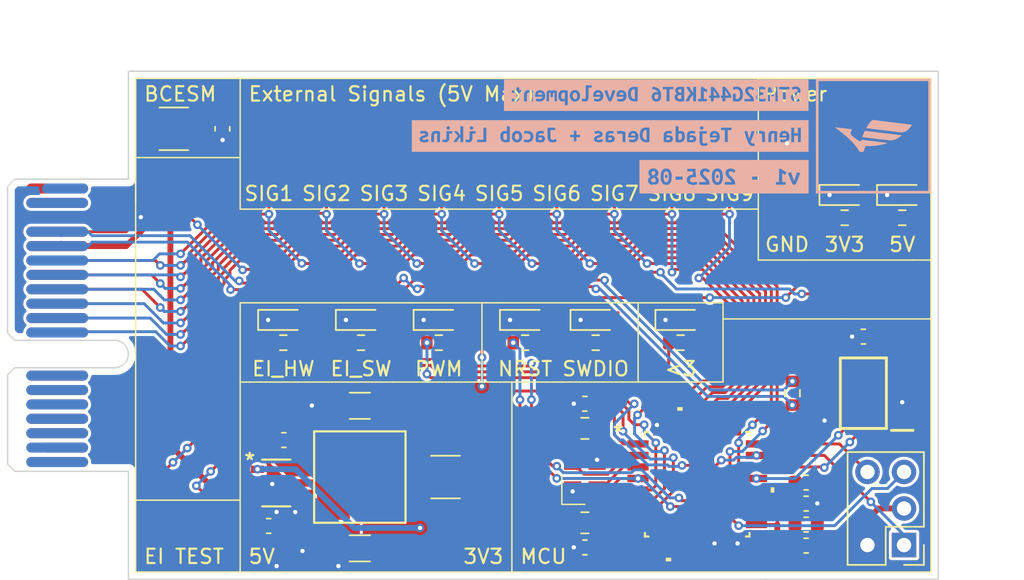
<source format=kicad_pcb>
(kicad_pcb (version 20241229) (generator "pcbnew") (generator_version "9.0")
  (title_block (title "STM32G441KBT6 Development Board") (date "2025-08-20") (rev "1") (comment 1 "Hardware: Henry Tejada Deras; Firmware: Jacob Likins"))
  (layers (0 "F.Cu" signal) (2 "B.Cu" signal) (13 "F.Paste" user) (15 "B.Paste" user) (5 "F.SilkS" user "F.Silkscreen") (7 "B.SilkS" user "B.Silkscreen") (1 "F.Mask" user) (3 "B.Mask" user) (25 "Edge.Cuts" user))
  (net 0 "")
  (net 1 "/INTERRUPT_TEST_HW")
  (net 2 "+3V3")
  (net 3 "GND")
  (net 4 "/SWDIO")
  (net 5 "/SWCLK")
  (net 6 "/NRST")
  (net 7 "Net-(U3-SW)")
  (net 8 "/INTERRUPT_TEST_SW")
  (net 9 "/CAN_RX")
  (net 10 "/PWM_TEST")
  (net 12 "/EXTERNAL_SIGNAL_2")
  (net 14 "/EXTERNAL_SIGNAL_4")
  (net 17 "/EXTERNAL_SIGNAL_3")
  (net 18 "/EXTERNAL_SIGNAL_8")
  (net 19 "/EXTERNAL_SIGNAL_9")
  (net 20 "Net-(U1-PF0-OSC_IN)")
  (net 22 "/EXTERNAL_SIGNAL_1")
  (net 23 "/CAN_TX")
  (net 24 "Net-(U1-PF1-OSC_OUT)")
  (net 25 "/EXTERNAL_SIGNAL_7")
  (net 26 "/EXTERNAL_SIGNAL_6")
  (net 28 "/EXTERNAL_SIGNAL_5")
  (net 29 "/CAN_+")
  (net 30 "/CAN_-")
  (net 32 "+5V")
  (net 33 "Net-(U3-BST)")
  (net 34 "Net-(D1-A)")
  (net 35 "Net-(D2-A)")
  (net 36 "Net-(D3-A)")
  (net 37 "Net-(D4-A)")
  (net 38 "Net-(D5-A)")
  (net 39 "Net-(D6-A)")
  (net 40 "Net-(D7-A)")
  (net 41 "Net-(D8-A)")
  (net 63 "/HEARTBEAT")
  (net 65 "Net-(U3-FB)")
  (net 66 "Net-(J1-5V)")
  (footprint "OEM:R_0603" (layer "F.Cu") (at 163.49 84.79 90)
    (property "Reference" "R1" (hide yes))
    (property "Value" "R_120" (hide yes))
  )
  (footprint "OEM:Test_Point_SMD" (layer "F.Cu") (at 151.12 67.42 90)
    (property "Reference" "TP9" (hide yes))
    (property "Value" "EXT_SIG_7")
  )
  (footprint "OEM:pcie_x1" (layer "F.Cu") (at 112.41 70.57 -90)
    (property "Reference" "J1" (hide yes))
    (property "Value" "CONN_pcie_x1")
    (fp_line (start -0.15 3.45) (end 10.05 3.45) (stroke (width 0.1)) (layer "Edge.Cuts"))
    (fp_line (start 12.95 3.45) (end 19.15 3.45) (stroke (width 0.1)) (layer "Edge.Cuts"))
    (fp_line (start -0.65 2.95) (end -0.15 3.45) (stroke (width 0.1)) (layer "Edge.Cuts"))
    (fp_line (start 10.55 2.95) (end 10.05 3.45) (stroke (width 0.1)) (layer "Edge.Cuts"))
    (fp_line (start 12.45 2.95) (end 12.95 3.45) (stroke (width 0.1)) (layer "Edge.Cuts"))
    (fp_line (start 19.65 2.95) (end 19.15 3.45) (stroke (width 0.1)) (layer "Edge.Cuts"))
    (fp_line (start 10.55 -4) (end 10.55 2.95) (stroke (width 0.1)) (layer "Edge.Cuts"))
    (fp_line (start 12.45 -4) (end 12.45 2.95) (stroke (width 0.1)) (layer "Edge.Cuts"))
    (fp_line (start -0.65 -4.95) (end -0.65 2.95) (stroke (width 0.1)) (layer "Edge.Cuts"))
    (fp_line (start 19.65 -4.95) (end 19.65 2.95) (stroke (width 0.1)) (layer "Edge.Cuts"))
    (fp_arc (start 10.55 -4) (mid 11.5 -4.95) (end 12.45 -4) (stroke (width 0.1)) (layer "Edge.Cuts"))
  )
  (footprint "OEM:R_0603" (layer "F.Cu") (at 167.12 72.6)
    (property "Reference" "R2" (hide yes))
    (property "Value" "R_1K" (hide yes))
  )
  (footprint "OEM:C_0603" (layer "F.Cu") (at 164.445 92.46)
    (property "Reference" "C5" (hide yes))
    (property "Value" "C_0.1uF" (hide yes))
  )
  (footprint "OEM:C_0603" (layer "F.Cu") (at 123.89 66.42 -90)
    (property "Reference" "C12" (hide yes))
    (property "Value" "C_10uF" (hide yes))
  )
  (footprint "OEM:R_0603" (layer "F.Cu") (at 128.12 81.28)
    (property "Reference" "R7" (hide yes))
    (property "Value" "R_1K" (hide yes))
  )
  (footprint "OEM:Test_Point_SMD" (layer "F.Cu") (at 135.12 67.42 90)
    (property "Reference" "TP5" (hide yes))
    (property "Value" "EXT_SIG_3")
  )
  (footprint "OEM:Crystal_TXC7M" (layer "F.Cu") (at 149.0707 90.515 90)
    (property "Reference" "Y1" (hide yes))
    (property "Value" "X_Crystal_16MHz_18pF" (hide yes))
  )
  (footprint "OEM:Fuse_1210" (layer "F.Cu") (at 139.3876 90.618)
    (property "Reference" "F2" (hide yes))
    (property "Value" "F_500mA_16V" (hide yes))
  )
  (footprint "OEM:R_0603" (layer "F.Cu") (at 138.92 81.28)
    (property "Reference" "R9" (hide yes))
    (property "Value" "R_1K" (hide yes))
  )
  (footprint "Capacitor_SMD:C_0805_2012Metric" (layer "F.Cu") (at 149.0707 87.235)
    (property "Reference" "C13" (hide yes))
    (property "Value" "C_18pF")
  )
  (footprint "OEM:Test_Point_SMD" (layer "F.Cu") (at 171.12 67.42 90)
    (property "Reference" "TP2" (hide yes))
    (property "Value" "5V")
  )
  (footprint "stm32g441kbt6:Programming_Pin_Header_Keyed" (layer "F.Cu") (at 171.245 95.34 180)
    (property "Reference" "J2" (hide yes))
    (property "Value" "Programming_Pin_Header")
  )
  (footprint "OEM:C_0603" (layer "F.Cu") (at 164.445 95.38)
    (property "Reference" "C4" (hide yes))
    (property "Value" "C_1uF" (hide yes))
  )
  (footprint "OEM:Test_Point_SMD" (layer "F.Cu") (at 131.12 67.42 90)
    (property "Reference" "TP4" (hide yes))
    (property "Value" "EXT_SIG_2")
  )
  (footprint "OEM:Test_Point_SMD" (layer "F.Cu") (at 159.12 67.42 -90)
    (property "Reference" "TP11" (hide yes))
    (property "Value" "EXT_SIG_9")
  )
  (footprint "OEM:Fuse_1210" (layer "F.Cu") (at 120.51 66.42 180)
    (property "Reference" "F1" (hide yes))
    (property "Value" "F_500mA_16V" (hide yes))
  )
  (footprint "OEM:CHIPLED_0805" (layer "F.Cu") (at 167.12 71.02)
    (property "Reference" "D1" (hide yes))
    (property "Value" "3V3 POWER" (hide yes))
  )
  (footprint "OEM:CHIPLED_0805" (layer "F.Cu") (at 133.52 79.7)
    (property "Reference" "D7" (hide yes))
    (property "Value" "INTERRUPT_TEST_SW" (hide yes))
  )
  (footprint "OEM:R_0603" (layer "F.Cu") (at 155.72 81.28)
    (property "Reference" "R4" (hide yes))
    (property "Value" "R_1K" (hide yes))
  )
  (footprint "Capacitor_SMD:C_1206_3216Metric" (layer "F.Cu") (at 133.4356 85.666 180)
    (property "Reference" "C10" (hide yes))
    (property "Value" "C_22uF")
  )
  (footprint "OEM:C_0603" (layer "F.Cu") (at 149.0707 95.505 180)
    (property "Reference" "C2" (hide yes))
    (property "Value" "C_0.1uF" (hide yes))
  )
  (footprint "OEM:CHIPLED_0805" (layer "F.Cu") (at 138.92 79.7)
    (property "Reference" "D8" (hide yes))
    (property "Value" "PWM_TEST" (hide yes))
  )
  (footprint "OEM:CHIPLED_0805" (layer "F.Cu") (at 149.82 79.7)
    (property "Reference" "D5" (hide yes))
    (property "Value" "SWDIO" (hide yes))
  )
  (footprint "stm32g441kbt6:AP63203WU-7_DIO" (layer "F.Cu") (at 127.627 91.0286)
    (property "Reference" "U3" (hide yes))
    (property "Value" "AP63203WU-7")
  )
  (footprint "OEM:Test_Point_SMD" (layer "F.Cu") (at 163.12 67.42 90)
    (property "Reference" "TP12" (hide yes))
    (property "Value" "GND")
  )
  (footprint "OEM:R_0603" (layer "F.Cu") (at 149.82 81.28)
    (property "Reference" "R6" (hide yes))
    (property "Value" "R_1K" (hide yes))
  )
  (footprint "OEM:CHIPLED_0805" (layer "F.Cu") (at 128.12 79.7)
    (property "Reference" "D6" (hide yes))
    (property "Value" "INTERRUPT_TEST_HW" (hide yes))
  )
  (footprint "OEM:Test_Point_SMD" (layer "F.Cu") (at 143.12 67.42 90)
    (property "Reference" "TP7" (hide yes))
    (property "Value" "EXT_SIG_5")
  )
  (footprint "OEM:C_0603" (layer "F.Cu") (at 149.0707 85.525 180)
    (property "Reference" "C6" (hide yes))
    (property "Value" "C_0.1uF" (hide yes))
  )
  (footprint "OEM:C_0603" (layer "F.Cu") (at 168.42 80.86)
    (property "Reference" "C1" (hide yes))
    (property "Value" "C_0.1uF" (hide yes))
  )
  (footprint "OEM:CHIPLED_0805" (layer "F.Cu") (at 144.92 79.7)
    (property "Reference" "D4" (hide yes))
    (property "Value" "NRST" (hide yes))
  )
  (footprint "OEM:Test_Point_SMD" (layer "F.Cu") (at 127.12 67.42 90)
    (property "Reference" "TP3" (hide yes))
    (property "Value" "EXT_SIG_1")
  )
  (footprint "OEM:R_0603" (layer "F.Cu") (at 144.92 81.28)
    (property "Reference" "R5" (hide yes))
    (property "Value" "R_1K" (hide yes))
  )
  (footprint "Capacitor_SMD:C_1206_3216Metric" (layer "F.Cu") (at 133.4356 95.57 180)
    (property "Reference" "C9" (hide yes))
    (property "Value" "C_22uF")
  )
  (footprint "stm32g441kbt6:STM32G441KBT6" (layer "F.Cu") (at 156.8761 91.115)
    (property "Reference" "U1" (hide yes))
    (property "Value" "STM32G441KBT6")
  )
  (footprint "OEM:CHIPLED_0805" (layer "F.Cu") (at 171.12 71.02)
    (property "Reference" "D2" (hide yes))
    (property "Value" "5V POWER" (hide yes))
  )
  (footprint "OEM:Test_Point_SMD" (layer "F.Cu") (at 147.12 67.42 90)
    (property "Reference" "TP8" (hide yes))
    (property "Value" "EXT_SIG_6")
  )
  (footprint "OEM:R_0603" (layer "F.Cu") (at 171.12 72.6)
    (property "Reference" "R3" (hide yes))
    (property "Value" "R_1K" (hide yes))
  )
  (footprint "Capacitor_SMD:C_0805_2012Metric" (layer "F.Cu") (at 149.0707 93.795 180)
    (property "Reference" "C14" (hide yes))
    (property "Value" "C_18pF")
  )
  (footprint "OEM:C_0603" (layer "F.Cu") (at 164.445 91)
    (property "Reference" "C7" (hide yes))
    (property "Value" "C_4.7uF" (hide yes))
  )
  (footprint "OEM:Test_Point_SMD" (layer "F.Cu") (at 155.12 67.42 90)
    (property "Reference" "TP10" (hide yes))
    (property "Value" "EXT_SIG_8")
  )
  (footprint "stm32g441kbt6:SOIC127P600X175-8N" (layer "F.Cu") (at 168.42 84.79 180)
    (property "Reference" "U2" (hide yes))
    (property "Value" "MCP2561-E_SN" (hide yes))
  )
  (footprint "OEM:SW_B3U-1000P_4.2x1.7mm" (layer "F.Cu") (at 119.79 93.72)
    (property "Reference" "SW1" (hide yes))
    (property "Value" "INTERRUPT TEST SWITCH")
  )
  (footprint "OEM:CHIPLED_0805" (layer "F.Cu") (at 155.72 79.7)
    (property "Reference" "D3" (hide yes))
    (property "Value" "HEARTBEAT" (hide yes))
  )
  (footprint "OEM:Test_Point_SMD" (layer "F.Cu") (at 139.12 67.42 90)
    (property "Reference" "TP6" (hide yes))
    (property "Value" "EXT_SIG_4")
  )
  (footprint "stm32g441kbt6:IND_BOURNS_SRR5018" (layer "F.Cu") (at 133.4356 90.618)
    (property "Reference" "L1" (hide yes))
    (property "Value" "L_3.9uH")
  )
  (footprint "OEM:C_0603" (layer "F.Cu") (at 164.445 93.92)
    (property "Reference" "C3" (hide yes))
    (property "Value" "C_10nF" (hide yes))
  )
  (footprint "OEM:Test_Point_SMD" (layer "F.Cu") (at 167.12 67.42 90)
    (property "Reference" "TP1" (hide yes))
    (property "Value" "3V3")
  )
  (footprint "OEM:R_0603" (layer "F.Cu") (at 133.52 81.28)
    (property "Reference" "R8" (hide yes))
    (property "Value" "R_1K" (hide yes))
  )
  (footprint "OEM:C_0603" (layer "F.Cu") (at 128.1536 88.046)
    (property "Reference" "C11" (hide yes))
    (property "Value" "C_0.1uF" (hide yes))
  )
  (footprint "OEM:C_0603" (layer "F.Cu") (at 127.1 94.0112)
    (property "Reference" "C8" (hide yes))
    (property "Value" "C_10uF" (hide yes))
  )
  (footprint "kibuzzard-68A62DAB" (layer "B.Cu") (at 154.03 64.08665 180)
    (property "Reference" "kibuzzard-68A62DAB" (hide yes))
    (property "Value" "G***" (hide yes))
  )
  (footprint "kibuzzard-68A62E54" (layer "B.Cu") (at 158.74 69.75 180)
    (property "Reference" "kibuzzard-68A62E54" (hide yes))
    (property "Value" "G***" (hide yes))
  )
  (footprint "OEM:OEM_Logo_8mm" (layer "B.Cu") (at 169.12 66.92 180)
    (property "Reference" "REF**" (hide yes))
    (property "Value" "OEM_Logo_8mm")
  )
  (footprint "kibuzzard-68A62DD1" (layer "B.Cu") (at 150.83 66.92 180)
    (property "Reference" "kibuzzard-68A62DD1" (hide yes))
    (property "Value" "G***" (hide yes))
  )
  (gr_line (start 166.94 79.63) (end 173.1 79.63) (stroke (width 0.1)) (layer "F.SilkS"))
  (gr_line (start 161.12 71.71) (end 161.12 75.535) (stroke (width 0.1)) (layer "F.SilkS"))
  (gr_line (start 171.86 75.54) (end 164.18 75.54) (stroke (width 0.1)) (layer "F.SilkS"))
  (gr_line (start 158.67 78.85) (end 158.67 84.01) (stroke (width 0.1)) (layer "F.SilkS"))
  (gr_line (start 161.12 62.92) (end 161.12 71.71) (stroke (width 0.1)) (layer "F.SilkS"))
  (gr_line (start 135.7356 84.016) (end 125.12 84.016) (stroke (width 0.1)) (layer "F.SilkS"))
  (gr_line (start 141.92 78.51) (end 141.92 84.016) (stroke (width 0.1)) (layer "F.SilkS"))
  (gr_line (start 144 97.22) (end 144 84.016) (stroke (width 0.1)) (layer "F.SilkS"))
  (gr_rect (start 117.86 62.92) (end 173.12 97.22) (stroke (width 0.1)) (fill no) (layer "F.SilkS"))
  (gr_line (start 161.83 62.92) (end 162.48 62.92) (stroke (width 0.1)) (layer "F.SilkS"))
  (gr_line (start 125.12 84.016) (end 125.12 97.22) (stroke (width 0.1)) (layer "F.SilkS"))
  (gr_line (start 152.77 78.51) (end 152.77 84.01) (stroke (width 0.1)) (layer "F.SilkS"))
  (gr_line (start 164.17 75.54) (end 161.12 75.54) (stroke (width 0.1)) (layer "F.SilkS"))
  (gr_line (start 125.12 84.016) (end 125.12 78.51) (stroke (width 0.1)) (layer "F.SilkS"))
  (gr_line (start 144 84.016) (end 158.67 84.01) (stroke (width 0.1)) (layer "F.SilkS"))
  (gr_line (start 135.7356 84.016) (end 142.0376 84.016) (stroke (width 0.1)) (layer "F.SilkS"))
  (gr_line (start 166.94 79.63) (end 158.7 79.63) (stroke (width 0.1)) (layer "F.SilkS"))
  (gr_line (start 158.67 78.85) (end 158.67 78.51) (stroke (width 0.1)) (layer "F.SilkS"))
  (gr_line (start 142.98 78.51) (end 158 78.51) (stroke (width 0.1)) (layer "F.SilkS"))
  (gr_line (start 125.12 72) (end 161.12 72) (stroke (width 0.1)) (layer "F.SilkS"))
  (gr_line (start 162.48 62.92) (end 173.12 62.92) (stroke (width 0.1)) (layer "F.SilkS"))
  (gr_line (start 125.12 62.92) (end 125.12 72) (stroke (width 0.1)) (layer "F.SilkS"))
  (gr_line (start 125.12 78.51) (end 142.98 78.51) (stroke (width 0.1)) (layer "F.SilkS"))
  (gr_line (start 143.9976 84.016) (end 142.0376 84.016) (stroke (width 0.1)) (layer "F.SilkS"))
  (gr_line (start 158 78.51) (end 158.67 78.51) (stroke (width 0.1)) (layer "F.SilkS"))
  (gr_line (start 171.86 75.54) (end 173.12 75.54) (stroke (width 0.1)) (layer "F.SilkS"))
  (gr_line (start 125.1 92.22) (end 117.9 92.22) (stroke (width 0.1)) (layer "F.SilkS"))
  (gr_line (start 117.875 68.42) (end 125.1 68.42) (stroke (width 0.1)) (layer "F.SilkS"))
  (gr_line (start 161.83 62.92) (end 161.12 62.92) (stroke (width 0.1)) (layer "F.SilkS"))
  (gr_line (start 117.86 62.92) (end 117.86 71.5) (stroke (width 0.1)) (layer "F.SilkS"))
  (gr_line (start 173.62 97.72) (end 161.62 97.72) (stroke (width 0.1)) (layer "Edge.Cuts"))
  (gr_line (start 161.62 62.42) (end 173.62 62.42) (stroke (width 0.1)) (layer "Edge.Cuts"))
  (gr_line (start 117.36 69.92) (end 117.36 62.42) (stroke (width 0.1)) (layer "Edge.Cuts"))
  (gr_line (start 117.36 62.42) (end 161.62 62.42) (stroke (width 0.1)) (layer "Edge.Cuts"))
  (gr_line (start 117.36 97.72) (end 161.62 97.72) (stroke (width 0.1)) (layer "Edge.Cuts"))
  (gr_line (start 117.36 90.22) (end 117.36 97.72) (stroke (width 0.1)) (layer "Edge.Cuts"))
  (gr_line (start 173.62 97.72) (end 173.62 62.42) (stroke (width 0.1)) (layer "Edge.Cuts"))
  (gr_text "5V" (at 171.12 74.46 0) (layer "F.SilkS") (effects (font (size 1 1))))
  (gr_text "Power" (at 161.37 63.42 0) (layer "F.SilkS") (effects (font (size 1 1)) (justify left top)))
  (gr_text "SIG8" (at 155.12 70.92 0) (layer "F.SilkS") (effects (font (size 1 1))))
  (gr_text "External Signals (5V Max)" (at 125.62 63.42 0) (layer "F.SilkS") (effects (font (size 1 1)) (justify left top)))
  (gr_text "GND" (at 163.12 74.46 0) (layer "F.SilkS") (effects (font (size 1 1))))
  (gr_text "5V" (at 125.62 96.72 0) (layer "F.SilkS") (effects (font (size 1 1)) (justify left bottom)))
  (gr_text "SIG1" (at 127.12 70.92 0) (layer "F.SilkS") (effects (font (size 1 1))))
  (gr_text "BCESM" (at 118.36 63.42 0) (layer "F.SilkS") (effects (font (size 1 1)) (justify left top)))
  (gr_text "SIG4" (at 139.12 70.92 0) (layer "F.SilkS") (effects (font (size 1 1))))
  (gr_text "MCU" (at 144.5 96.72 0) (layer "F.SilkS") (effects (font (size 1 1)) (justify left bottom)))
  (gr_text "SIG6" (at 147.12 70.92 0) (layer "F.SilkS") (effects (font (size 1 1))))
  (gr_text "3V3" (at 143.5 96.72 0) (layer "F.SilkS") (effects (font (size 1 1)) (justify right bottom)))
  (gr_text "NRST" (at 144.92 82.51 0) (layer "F.SilkS") (effects (font (size 1 1)) (justify top)))
  (gr_text "SIG9" (at 159.12 70.92 0) (layer "F.SilkS") (effects (font (size 1 1))))
  (gr_text "3V3" (at 167.12 74.46 0) (layer "F.SilkS") (effects (font (size 1 1))))
  (gr_text "SIG7" (at 151.12 70.92 0) (layer "F.SilkS") (effects (font (size 1 1))))
  (gr_text "SIG3" (at 135.12 70.92 0) (layer "F.SilkS") (effects (font (size 1 1))))
  (gr_text "PWM" (at 138.92 82.51 0) (layer "F.SilkS") (effects (font (size 1 1)) (justify top)))
  (gr_text "EI_SW" (at 133.52 82.51 0) (layer "F.SilkS") (effects (font (size 1 1)) (justify top)))
  (gr_text "EI TEST" (at 118.36 96.72 0) (layer "F.SilkS") (effects (font (size 1 1)) (justify left bottom)))
  (gr_text "SIG5" (at 143.12 70.92 0) (layer "F.SilkS") (effects (font (size 1 1))))
  (gr_text "EI_HW" (at 128.12 82.51 0) (layer "F.SilkS") (effects (font (size 1 1)) (justify top)))
  (gr_text "<3" (at 155.72 82.51 0) (layer "F.SilkS") (effects (font (size 1 1)) (justify top)))
  (gr_text "SIG2" (at 131.12 70.92 0) (layer "F.SilkS") (effects (font (size 1 1))))
  (gr_text "SWDIO" (at 149.82 82.51 0) (layer "F.SilkS") (effects (font (size 1 1)) (justify top)))
  (segment (start 153.997902 91.218197) (end 153.997902 88.236802) (width 0.2032) (layer "F.Cu") (net 1))
  (segment (start 124.6926 82.8574) (end 124.05 83.5) (width 0.2032) (layer "F.Cu") (net 1))
  (segment (start 124.05 83.5) (end 124.05 89.25) (width 0.2032) (layer "F.Cu") (net 1))
  (segment (start 152.128598 86.598598) (end 152.128598 86.008898) (width 0.2032) (layer "F.Cu") (net 1))
  (segment (start 124.05 89.25) (end 123.072238 90.227762) (width 0.2032) (layer "F.Cu") (net 1))
  (segment (start 153.7011 91.514999) (end 153.997902 91.218197) (width 0.2032) (layer "F.Cu") (net 1))
  (segment (start 128.8724 82.8574) (end 127.295 81.28) (width 0.2032) (layer "F.Cu") (net 1))
  (segment (start 152.128598 86.008898) (end 149.4255 83.3058) (width 0.2032) (layer "F.Cu") (net 1))
  (segment (start 149.4255 83.3058) (end 138.798006 83.3058) (width 0.2032) (layer "F.Cu") (net 1))
  (segment (start 153.19 86.98) (end 152.51 86.98) (width 0.2032) (layer "F.Cu") (net 1))
  (segment (start 123.19 92.334476) (end 123.19 93.72) (width 0.2032) (layer "F.Cu") (net 1))
  (segment (start 128.8724 82.8574) (end 124.6926 82.8574) (width 0.2032) (layer "F.Cu") (net 1))
  (segment (start 152.51 86.98) (end 152.128598 86.598598) (width 0.2032) (layer "F.Cu") (net 1))
  (segment (start 122.077762 91.222238) (end 123.19 92.334476) (width 0.2032) (layer "F.Cu") (net 1))
  (segment (start 138.349606 82.8574) (end 128.8724 82.8574) (width 0.2032) (layer "F.Cu") (net 1))
  (segment (start 152.7613 91.514999) (end 153.7011 91.514999) (width 0.2032) (layer "F.Cu") (net 1))
  (segment (start 138.798006 83.3058) (end 138.349606 82.8574) (width 0.2032) (layer "F.Cu") (net 1))
  (via (at 153.997902 88.236802) (size 0.6) (drill 0.3) (layers "F.Cu" "B.Cu") (net 1))
  (via (at 122.077762 91.222238) (size 0.6) (drill 0.3) (layers "F.Cu" "B.Cu") (net 1))
  (via (at 123.072238 90.227762) (size 0.6) (drill 0.3) (layers "F.Cu" "B.Cu") (net 1))
  (via (at 153.19 86.98) (size 0.6) (drill 0.3) (layers "F.Cu" "B.Cu") (net 1))
  (segment (start 153.19 87.4289) (end 153.19 86.98) (width 0.2032) (layer "B.Cu") (net 1))
  (segment (start 123.072238 90.227762) (end 122.077762 91.222238) (width 0.2032) (layer "B.Cu") (net 1))
  (segment (start 153.997902 88.236802) (end 153.19 87.4289) (width 0.2032) (layer "B.Cu") (net 1))
  (segment (start 121.447238 88.602762) (end 123.6458 86.4042) (width 0.2032) (layer "F.Cu") (net 2))
  (segment (start 151.755136 88.315001) (end 151.121798 87.681663) (width 0.2032) (layer "F.Cu") (net 2))
  (segment (start 141.34 96.76) (end 159.45 96.76) (width 0.4064) (layer "F.Cu") (net 2))
  (segment (start 119.79 90.26) (end 119.79 93.72) (width 0.2032) (layer "F.Cu") (net 2))
  (segment (start 159.45 96.76) (end 161.55 96.76) (width 0.4064) (layer "F.Cu") (net 2))
  (segment (start 169.471293 92.8) (end 167.4508 94.820493) (width 0.4064) (layer "F.Cu") (net 2))
  (segment (start 167.12 67.42) (end 167.12 73.45) (width 0.2032) (layer "F.Cu") (net 2))
  (segment (start 166.28 96.76) (end 161.55 96.76) (width 0.4064) (layer "F.Cu") (net 2))
  (segment (start 141.92 82.3) (end 141.92 78.18) (width 0.2032) (layer "F.Cu") (net 2))
  (segment (start 123.6458 79.5042) (end 125 78.15) (width 0.2032) (layer "F.Cu") (net 2))
  (segment (start 141.95 78.15) (end 150.6 78.15) (width 0.2032) (layer "F.Cu") (net 2))
  (segment (start 120.452762 89.597238) (end 119.79 90.26) (width 0.2032) (layer "F.Cu") (net 2))
  (segment (start 123.6458 86.4042) (end 123.6458 79.5042) (width 0.2032) (layer "F.Cu") (net 2))
  (segment (start 163.67 95.38) (end 162.93 95.38) (width 0.2032) (layer "F.Cu") (net 2))
  (segment (start 166.295 72.6) (end 166.295 72.625) (width 0.2) (layer "F.Cu") (net 2))
  (segment (start 141.7584 84.3116) (end 141.92 84.3116) (width 0.2032) (layer "F.Cu") (net 2))
  (segment (start 162.93 95.38) (end 162.44 95.87) (width 0.2032) (layer "F.Cu") (net 2))
  (segment (start 150.305 85.525) (end 149.8457 85.525) (width 0.2032) (layer "F.Cu") (net 2))
  (segment (start 141.92 78.18) (end 141.95 78.15) (width 0.2032) (layer "F.Cu") (net 2))
  (segment (start 163.0316 78.15) (end 165.1766 76.005) (width 0.2032) (layer "F.Cu") (net 2))
  (segment (start 162.44 93.69) (end 163.67 92.46) (width 0.2032) (layer "F.Cu") (net 2))
  (segment (start 125 78.15) (end 141.95 78.15) (width 0.2032) (layer "F.Cu") (net 2))
  (segment (start 150.6 78.15) (end 157.75 78.15) (width 0.2032) (layer "F.Cu") (net 2))
  (segment (start 149.8457 85.525) (end 148.9607 84.64) (width 0.2032) (layer "F.Cu") (net 2))
  (segment (start 162.44 93.914999) (end 160.9909 93.914999) (width 0.2032) (layer "F.Cu") (net 2))
  (segment (start 165.1766 76.005) (end 166.295 76.005) (width 0.2032) (layer "F.Cu") (net 2))
  (segment (start 158.876099 96.186099) (end 159.45 96.76) (width 0.2032) (layer "F.Cu") (net 2))
  (segment (start 163.67 91) (end 163.67 92.46) (width 0.2032) (layer "F.Cu") (net 2))
  (segment (start 151.121798 86.341798) (end 150.305 85.525) (width 0.2032) (layer "F.Cu") (net 2))
  (segment (start 171.245 92.8) (end 169.471293 92.8) (width 0.4064) (layer "F.Cu") (net 2))
  (segment (start 167.4508 95.5892) (end 166.28 96.76) (width 0.4064) (layer "F.Cu") (net 2))
  (segment (start 162.44 93.914999) (end 162.44 93.69) (width 0.2032) (layer "F.Cu") (net 2))
  (segment (start 167.12 73.45) (end 167.12 75.18) (width 0.2032) (layer "F.Cu") (net 2))
  (segment (start 167.4508 94.820493) (end 167.4508 95.5892) (width 0.4064) (layer "F.Cu") (net 2))
  (segment (start 163.67 93.92) (end 163.67 95.38) (width 0.2032) (layer "F.Cu") (net 2))
  (segment (start 151.121798 87.681663) (end 151.121798 86.341798) (width 0.2032) (layer "F.Cu") (net 2))
  (segment (start 152.7613 88.315001) (end 151.755136 88.315001) (width 0.2032) (layer "F.Cu") (net 2))
  (segment (start 161.55 96.76) (end 162.44 95.87) (width 0.4064) (layer "F.Cu") (net 2))
  (segment (start 158.876099 95.2298) (end 158.876099 96.186099) (width 0.2032) (layer "F.Cu") (net 2))
  (segment (start 167.12 75.18) (end 166.295 76.005) (width 0.2032) (layer "F.Cu") (net 2))
  (segment (start 166.295 72.625) (end 167.12 73.45) (width 0.2) (layer "F.Cu") (net 2))
  (segment (start 148.9607 84.64) (end 141.43 84.64) (width 0.2032) (layer "F.Cu") (net 2))
  (segment (start 162.44 95.87) (end 162.44 93.914999) (width 0.4064) (layer "F.Cu") (net 2))
  (via (at 121.447238 88.602762) (size 0.6) (drill 0.3) (layers "F.Cu" "B.Cu") (net 2))
  (via (at 120.452762 89.597238) (size 0.6) (drill 0.3) (layers "F.Cu" "B.Cu") (net 2))
  (via (at 157.75 78.15) (size 0.6) (drill 0.3) (layers "F.Cu" "B.Cu") (net 2))
  (via (at 141.92 82.3) (size 0.6) (drill 0.3) (layers "F.Cu" "B.Cu") (net 2))
  (via (at 141.92 84.3116) (size 0.6) (drill 0.3) (layers "F.Cu" "B.Cu") (net 2))
  (via (at 163.0316 78.15) (size 0.6) (drill 0.3) (layers "F.Cu" "B.Cu") (net 2))
  (segment (start 157.75 78.15) (end 163.0316 78.15) (width 0.2032) (layer "B.Cu") (net 2))
  (segment (start 121.447238 88.602762) (end 120.452762 89.597238) (width 0.2032) (layer "B.Cu") (net 2))
  (segment (start 141.92 84.3116) (end 141.92 82.3) (width 0.2032) (layer "B.Cu") (net 2))
  (segment (start 148.2957 85.525) (end 148.2957 85.5243) (width 0.2032) (layer "F.Cu") (net 3))
  (segment (start 158.0798 95.2298) (end 158.08 95.23) (width 0.2032) (layer "F.Cu") (net 3))
  (segment (start 123.89 67.195) (end 123.895 67.195) (width 0.4064) (layer "F.Cu") (net 3))
  (segment (start 150.0207 89.315) (end 149.9207 89.415) (width 0.2032) (layer "F.Cu") (net 3))
  (segment (start 158.0761 95.2298) (end 158.0798 95.2298) (width 0.2032) (layer "F.Cu") (net 3))
  (segment (start 148.2957 95.505) (end 148.2957 95.5043) (width 0.2032) (layer "F.Cu") (net 3))
  (segment (start 171.12 85.425) (end 171.12 85.42) (width 0.2032) (layer "F.Cu") (net 3))
  (segment (start 148.1207 91.715) (end 148.2207 91.615) (width 0.2032) (layer "F.Cu") (net 3))
  (segment (start 148.1207 93.795) (end 148.1207 91.715) (width 0.2032) (layer "F.Cu") (net 3))
  (segment (start 165.72 86.695) (end 165.72 86.69) (width 0.2032) (layer "F.Cu") (net 3))
  (segment (start 148.2957 85.5243) (end 148.3 85.52) (width 0.2032) (layer "F.Cu") (net 3))
  (segment (start 165.22 95.38) (end 165.22 92.45) (width 0.2032) (layer "F.Cu") (net 3))
  (segment (start 159.676099 95.2298) (end 159.6798 95.2298) (width 0.2032) (layer "F.Cu") (net 3))
  (segment (start 150.0207 87.235) (end 150.0207 89.315) (width 0.2032) (layer "F.Cu") (net 3))
  (segment (start 154.0798 87.0002) (end 154.08 87) (width 0.2032) (layer "F.Cu") (net 3))
  (segment (start 159.6798 95.2298) (end 159.68 95.23) (width 0.2032) (layer "F.Cu") (net 3))
  (segment (start 148.2957 95.5043) (end 148.3 95.5) (width 0.2032) (layer "F.Cu") (net 3))
  (segment (start 165.22 92.45) (end 165.22 91) (width 0.2032) (layer "F.Cu") (net 3))
  (segment (start 165.22 92.46) (end 165.22 92.45) (width 0.2032) (layer "F.Cu") (net 3))
  (segment (start 117.210524 73.57) (end 118.218662 72.561862) (width 0.2032) (layer "F.Cu") (net 3))
  (segment (start 123.895 67.195) (end 123.9 67.2) (width 0.4064) (layer "F.Cu") (net 3))
  (segment (start 154.076101 87.0002) (end 154.0798 87.0002) (width 0.2032) (layer "F.Cu") (net 3))
  (segment (start 112.41 73.57) (end 117.210524 73.57) (width 0.2032) (layer "F.Cu") (net 3))
  (segment (start 167.645 80.86) (end 167.64 80.86) (width 0.2032) (layer "F.Cu") (net 3))
  (via (at 165.22 92.45) (size 0.6) (drill 0.3) (layers "F.Cu" "B.Cu") (net 3))
  (via (at 158.08 95.23) (size 0.6) (drill 0.3) (layers "F.Cu" "B.Cu") (net 3))
  (via (at 167.64 80.86) (size 0.6) (drill 0.3) (layers "F.Cu" "B.Cu") (net 3))
  (via (at 170.07 71.02) (size 0.6) (drill 0.3) (layers "F.Cu" "B.Cu") (net 3))
  (via (at 148.3 95.5) (size 0.6) (drill 0.3) (layers "F.Cu" "B.Cu") (net 3))
  (via (at 166.07 71.02) (size 0.6) (drill 0.3) (layers "F.Cu" "B.Cu") (net 3))
  (via (at 143.87 79.7) (size 0.6) (drill 0.3) (layers "F.Cu" "B.Cu") (net 3))
  (via (at 137.87 79.7) (size 0.6) (drill 0.3) (layers "F.Cu" "B.Cu") (net 3))
  (via (at 130.1 85.65) (size 0.6) (drill 0.3) (layers "F.Cu" "B.Cu") (net 3))
  (via (at 123.9 67.2) (size 0.6) (drill 0.3) (layers "F.Cu" "B.Cu") (net 3))
  (via (at 127.65 96.8) (size 0.6) (drill 0.3) (layers "F.Cu" "B.Cu") (net 3))
  (via (at 165.72 86.69) (size 0.6) (drill 0.3) (layers "F.Cu" "B.Cu") (net 3))
  (via (at 131.95 96.8) (size 0.6) (drill 0.3) (layers "F.Cu" "B.Cu") (net 3))
  (via (at 132.47 79.7) (size 0.6) (drill 0.3) (layers "F.Cu" "B.Cu") (net 3))
  (via (at 148.3 85.52) (size 0.6) (drill 0.3) (layers "F.Cu" "B.Cu") (net 3))
  (via (at 149.9207 89.415) (size 0.6) (drill 0.3) (layers "F.Cu" "B.Cu") (net 3))
  (via (at 163.12 67.42) (size 0.6) (drill 0.3) (layers "F.Cu" "B.Cu") (net 3))
  (via (at 128.95 93.05) (size 0.6) (drill 0.3) (layers "F.Cu" "B.Cu") (net 3))
  (via (at 129.45 95.75) (size 0.6) (drill 0.3) (layers "F.Cu" "B.Cu") (net 3))
  (via (at 127.65 93.042487) (size 0.6) (drill 0.3) (layers "F.Cu" "B.Cu") (net 3))
  (via (at 154.08 87) (size 0.6) (drill 0.3) (layers "F.Cu" "B.Cu") (net 3))
  (via (at 159.68 95.23) (size 0.6) (drill 0.3) (layers "F.Cu" "B.Cu") (net 3))
  (via (at 148.2207 91.615) (size 0.6) (drill 0.3) (layers "F.Cu" "B.Cu") (net 3))
  (via (at 127.07 79.7) (size 0.6) (drill 0.3) (layers "F.Cu" "B.Cu") (net 3))
  (via (at 127.35 91.1) (size 0.6) (drill 0.3) (layers "F.Cu" "B.Cu") (net 3))
  (via (at 171.12 85.42) (size 0.6) (drill 0.3) (layers "F.Cu" "B.Cu") (net 3))
  (via (at 118.218662 72.561862) (size 0.6) (drill 0.3) (layers "F.Cu" "B.Cu") (net 3))
  (via (at 148.77 79.7) (size 0.6) (drill 0.3) (layers "F.Cu" "B.Cu") (net 3))
  (via (at 154.67 79.7) (size 0.6) (drill 0.3) (layers "F.Cu" "B.Cu") (net 3))
  (segment (start 118.218662 72.561862) (end 118.160524 72.62) (width 0.2032) (layer "B.Cu") (net 3))
  (segment (start 148.995 81.28) (end 148.995 82.303674) (width 0.2032) (layer "F.Cu") (net 4))
  (segment (start 165.712269 89.115001) (end 165.025001 89.115001) (width 0.2032) (layer "F.Cu") (net 4))
  (segment (start 165.025001 89.115001) (end 165.020001 89.120001) (width 0.2032) (layer "F.Cu") (net 4))
  (segment (start 158.187898 89.804845) (end 158.551098 89.441645) (width 0.2032) (layer "F.Cu") (net 4))
  (segment (start 168.937043 92.339775) (end 165.712269 89.115001) (width 0.2032) (layer "F.Cu") (net 4))
  (segment (start 155.818731 89.804845) (end 158.187898 89.804845) (width 0.2032) (layer "F.Cu") (net 4))
  (segment (start 165.020001 89.120001) (end 165.020001 89.115001) (width 0.2032) (layer "F.Cu") (net 4))
  (segment (start 165.020001 89.115001) (end 162.8 89.115001) (width 0.2032) (layer "F.Cu") (net 4))
  (segment (start 162.8 89.115001) (end 160.9909 89.115001) (width 0.2032) (layer "F.Cu") (net 4))
  (segment (start 152.223216 85.53189) (end 152.502382 85.53189) (width 0.2032) (layer "F.Cu") (net 4))
  (segment (start 148.995 82.303674) (end 152.223216 85.53189) (width 0.2032) (layer "F.Cu") (net 4))
  (via (at 158.551098 89.441645) (size 0.6) (drill 0.3) (layers "F.Cu" "B.Cu") (net 4))
  (via (at 152.502382 85.53189) (size 0.6) (drill 0.3) (layers "F.Cu" "B.Cu") (net 4))
  (via (at 160.9909 89.115001) (size 0.6) (drill 0.3) (layers "F.Cu" "B.Cu") (net 4))
  (via (at 168.937043 92.339775) (size 0.6) (drill 0.3) (layers "F.Cu" "B.Cu") (net 4))
  (via (at 155.818731 89.804845) (size 0.6) (drill 0.3) (layers "F.Cu" "B.Cu") (net 4))
  (segment (start 160.862299 89.243602) (end 159.836478 89.243602) (width 0.2032) (layer "B.Cu") (net 4))
  (segment (start 171.24 95.34) (end 171.245 95.34) (width 0.2032) (layer "B.Cu") (net 4))
  (segment (start 151.704671 88.034657) (end 152.250007 88.579993) (width 0.2032) (layer "B.Cu") (net 4))
  (segment (start 151.121798 87.45) (end 151.121798 87.681663) (width 0.2032) (layer "B.Cu") (net 4))
  (segment (start 159.836478 89.243602) (end 159.600704 89.243602) (width 0.2032) (layer "B.Cu") (net 4))
  (segment (start 153.441543 89.771529) (end 154.81 89.771529) (width 0.2032) (layer "B.Cu") (net 4))
  (segment (start 159.402304 89.442002) (end 159.1 89.442002) (width 0.2032) (layer "B.Cu") (net 4))
  (segment (start 160.9909 89.115001) (end 160.862299 89.243602) (width 0.2032) (layer "B.Cu") (net 4))
  (segment (start 152.502382 85.53189) (end 151.121798 86.912474) (width 0.2032) (layer "B.Cu") (net 4))
  (segment (start 151.121798 86.912474) (end 151.121798 87.45) (width 0.2032) (layer "B.Cu") (net 4))
  (segment (start 171.245 94.647732) (end 171.245 95.335) (width 0.2032) (layer "B.Cu") (net 4))
  (segment (start 168.937043 92.339775) (end 171.245 94.647732) (width 0.2032) (layer "B.Cu") (net 4))
  (segment (start 151.474792 88.034657) (end 151.704671 88.034657) (width 0.2032) (layer "B.Cu") (net 4))
  (segment (start 151.121798 87.681663) (end 151.474792 88.034657) (width 0.2032) (layer "B.Cu") (net 4))
  (segment (start 158.551455 89.442002) (end 158.551098 89.441645) (width 0.2032) (layer "B.Cu") (net 4))
  (segment (start 171.245 95.335) (end 171.24 95.34) (width 0.2032) (layer "B.Cu") (net 4))
  (segment (start 155.748829 89.874747) (end 155.818731 89.804845) (width 0.2032) (layer "B.Cu") (net 4))
  (segment (start 159.1 89.442002) (end 158.551455 89.442002) (width 0.2032) (layer "B.Cu") (net 4))
  (segment (start 159.522153 89.322153) (end 159.402304 89.442002) (width 0.2032) (layer "B.Cu") (net 4))
  (segment (start 159.600704 89.243602) (end 159.522153 89.322153) (width 0.2032) (layer "B.Cu") (net 4))
  (segment (start 154.81 89.771529) (end 154.913218 89.874747) (width 0.2032) (layer "B.Cu") (net 4))
  (segment (start 152.250007 88.579993) (end 153.441543 89.771529) (width 0.2032) (layer "B.Cu") (net 4))
  (segment (start 154.913218 89.874747) (end 155.748829 89.874747) (width 0.2032) (layer "B.Cu") (net 4))
  (segment (start 166.760001 88.315001) (end 160.9909 88.315001) (width 0.2032) (layer "F.Cu") (net 5))
  (segment (start 168.705 90.26) (end 166.760001 88.315001) (width 0.2032) (layer "F.Cu") (net 5))
  (segment (start 151.08 91.143752) (end 151.508751 90.715001) (width 0.2032) (layer "F.Cu") (net 6))
  (segment (start 150.505 95.505) (end 151.08 94.93) (width 0.2032) (layer "F.Cu") (net 6))
  (segment (start 151.508751 90.715001) (end 152.7613 90.715001) (width 0.2032) (layer "F.Cu") (net 6))
  (segment (start 158.424563 92.663463) (end 159.754298 93.993198) (width 0.2032) (layer "F.Cu") (net 6))
  (segment (start 147.12 90.71) (end 144.56 88.15) (width 0.2032) (layer "F.Cu") (net 6))
  (segment (start 144.56 88.15) (end 144.56 85.2416) (width 0.2032) (layer "F.Cu") (net 6))
  (segment (start 149.8457 95.505) (end 150.505 95.505) (width 0.2032) (layer "F.Cu") (net 6))
  (segment (start 155.003428 92.663463) (end 158.424563 92.663463) (width 0.2032) (layer "F.Cu") (net 6))
  (segment (start 151.08 94.93) (end 151.08 91.143752) (width 0.2032) (layer "F.Cu") (net 6))
  (via (at 159.754298 93.993198) (size 0.6) (drill 0.3) (layers "F.Cu" "B.Cu") (net 6))
  (via (at 147.12 90.71) (size 0.6) (drill 0.3) (layers "F.Cu" "B.Cu") (net 6))
  (via (at 152.7613 90.715001) (size 0.6) (drill 0.3) (layers "F.Cu" "B.Cu") (net 6))
  (via (at 155.003428 92.663463) (size 0.6) (drill 0.3) (layers "F.Cu" "B.Cu") (net 6))
  (via (at 144.56 85.2416) (size 0.6) (drill 0.3) (layers "F.Cu" "B.Cu") (net 6))
  (via (at 144.095 81.28) (size 0.6) (drill 0.3) (layers "F.Cu" "B.Cu") (net 6))
  (segment (start 147.125001 90.715001) (end 147.12 90.71) (width 0.2032) (layer "B.Cu") (net 6))
  (segment (start 144.56 81.745) (end 144.095 81.28) (width 0.2032) (layer "B.Cu") (net 6))
  (segment (start 152.7613 90.715001) (end 147.125001 90.715001) (width 0.2032) (layer "B.Cu") (net 6))
  (segment (start 152.7613 90.715001) (end 153.054966 90.715001) (width 0.2032) (layer "B.Cu") (net 6))
  (segment (start 169.012012 91.4126) (end 170.0924 91.4126) (width 0.2032) (layer "B.Cu") (net 6))
  (segment (start 159.754298 93.993198) (end 166.431414 93.993198) (width 0.2032) (layer "B.Cu") (net 6))
  (segment (start 144.56 85.2416) (end 144.56 81.745) (width 0.2032) (layer "B.Cu") (net 6))
  (segment (start 153.054966 90.715001) (end 155.003428 92.663463) (width 0.2032) (layer "B.Cu") (net 6))
  (segment (start 166.431414 93.993198) (end 169.012012 91.4126) (width 0.2032) (layer "B.Cu") (net 6))
  (segment (start 170.0924 91.4126) (end 171.245 90.26) (width 0.2032) (layer "B.Cu") (net 6))
  (segment (start 160.9909 93.115001) (end 160.0511 93.115001) (width 0.2032) (layer "F.Cu") (net 8))
  (segment (start 158.591989 92.259263) (end 156.24 92.259263) (width 0.2032) (layer "F.Cu") (net 8))
  (segment (start 133.8682 82.4532) (end 132.695 81.28) (width 0.2032) (layer "F.Cu") (net 8))
  (segment (start 156.24 92.259263) (end 155.802425 92.259263) (width 0.2032) (layer "F.Cu") (net 8))
  (segment (start 159.447727 93.115001) (end 159.036363 92.703637) (width 0.2032) (layer "F.Cu") (net 8))
  (segment (start 146.841536 89.85991) (end 145.385813 88.404187) (width 0.2032) (layer "F.Cu") (net 8))
  (segment (start 145.36 82.7042) (end 145.3584 82.7058) (width 0.2032) (layer "F.Cu") (net 8))
  (segment (start 145.3584 82.84) (end 145.2968 82.9016) (width 0.2032) (layer "F.Cu") (net 8))
  (segment (start 147.120701 89.85991) (end 146.841536 89.85991) (width 0.2032) (layer "F.Cu") (net 8))
  (segment (start 145.2968 82.9016) (end 138.965432 82.9016) (width 0.2032) (layer "F.Cu") (net 8))
  (segment (start 145.360003 86.004197) (end 145.360003 85.2416) (width 0.2032) (layer "F.Cu") (net 8))
  (segment (start 145.3584 82.7058) (end 145.3584 82.84) (width 0.2032) (layer "F.Cu") (net 8))
  (segment (start 159.036363 92.703637) (end 158.591989 92.259263) (width 0.2032) (layer "F.Cu") (net 8))
  (segment (start 138.965432 82.9016) (end 138.517032 82.4532) (width 0.2032) (layer "F.Cu") (net 8))
  (segment (start 155.802425 92.259263) (end 155.605026 92.061864) (width 0.2032) (layer "F.Cu") (net 8))
  (segment (start 144.9642 86.4) (end 145.360003 86.004197) (width 0.2032) (layer "F.Cu") (net 8))
  (segment (start 145.385813 88.404187) (end 144.9642 87.982574) (width 0.2032) (layer "F.Cu") (net 8))
  (segment (start 144.9642 87.982574) (end 144.9642 86.4) (width 0.2032) (layer "F.Cu") (net 8))
  (segment (start 160.0511 93.115001) (end 159.447727 93.115001) (width 0.2032) (layer "F.Cu") (net 8))
  (segment (start 138.517032 82.4532) (end 133.8682 82.4532) (width 0.2032) (layer "F.Cu") (net 8))
  (via (at 147.120701 89.85991) (size 0.6) (drill 0.3) (layers "F.Cu" "B.Cu") (net 8))
  (via (at 145.36 82.7042) (size 0.6) (drill 0.3) (layers "F.Cu" "B.Cu") (net 8))
  (via (at 155.605026 92.061864) (size 0.6) (drill 0.3) (layers "F.Cu" "B.Cu") (net 8))
  (via (at 145.360003 85.2416) (size 0.6) (drill 0.3) (layers "F.Cu" "B.Cu") (net 8))
  (segment (start 152.511694 90.112401) (end 152.313294 90.310801) (width 0.2032) (layer "B.Cu") (net 8))
  (segment (start 147.571592 90.310801) (end 147.120701 89.85991) (width 0.2032) (layer "B.Cu") (net 8))
  (segment (start 145.360003 85.2416) (end 145.360003 82.704203) (width 0.2032) (layer "B.Cu") (net 8))
  (segment (start 154.973455 92.061864) (end 153.023992 90.112401) (width 0.2032) (layer "B.Cu") (net 8))
  (segment (start 152.313294 90.310801) (end 147.571592 90.310801) (width 0.2032) (layer "B.Cu") (net 8))
  (segment (start 155.605026 92.061864) (end 154.973455 92.061864) (width 0.2032) (layer "B.Cu") (net 8))
  (segment (start 153.023992 90.112401) (end 152.511694 90.112401) (width 0.2032) (layer "B.Cu") (net 8))
  (segment (start 145.360003 82.704203) (end 145.36 82.7042) (width 0.2032) (layer "B.Cu") (net 8))
  (segment (start 169.955 82.885) (end 171.12 82.885) (width 0.2032) (layer "F.Cu") (net 9))
  (segment (start 160.9909 90.715001) (end 160.9909 90.7191) (width 0.2032) (layer "F.Cu") (net 9))
  (segment (start 169.58 84.813401) (end 169.58 83.26) (width 0.2032) (layer "F.Cu") (net 9))
  (segment (start 166.68 87.713401) (end 169.58 84.813401) (width 0.2032) (layer "F.Cu") (net 9))
  (segment (start 169.58 83.26) (end 169.955 82.885) (width 0.2032) (layer "F.Cu") (net 9))
  (segment (start 160.9909 90.7191) (end 160.99 90.72) (width 0.2032) (layer "F.Cu") (net 9))
  (via (at 160.99 90.72) (size 0.6) (drill 0.3) (layers "F.Cu" "B.Cu") (net 9))
  (via (at 166.68 87.713401) (size 0.6) (drill 0.3) (layers "F.Cu" "B.Cu") (net 9))
  (segment (start 166.68 87.713401) (end 163.673401 90.72) (width 0.2032) (layer "B.Cu") (net 9))
  (segment (start 163.673401 90.72) (end 160.99 90.72) (width 0.2032) (layer "B.Cu") (net 9))
  (segment (start 153.7011 93.114999) (end 155.217131 91.598968) (width 0.2032) (layer "F.Cu") (net 10))
  (segment (start 138.095 81.28) (end 138.1 81.28) (width 0.2032) (layer "F.Cu") (net 10))
  (segment (start 138.1 83.46) (end 138.35 83.71) (width 0.2032) (layer "F.Cu") (net 10))
  (segment (start 149.258074 83.71) (end 151.724398 86.176324) (width 0.2032) (layer "F.Cu") (net 10))
  (segment (start 155.217131 91.598968) (end 155.217131 89.273196) (width 0.2032) (layer "F.Cu") (net 10))
  (segment (start 151.724398 86.176324) (end 151.724398 87.432057) (width 0.2032) (layer "F.Cu") (net 10))
  (segment (start 138.35 83.71) (end 149.258074 83.71) (width 0.2032) (layer "F.Cu") (net 10))
  (segment (start 152.7613 93.114999) (end 153.7011 93.114999) (width 0.2032) (layer "F.Cu") (net 10))
  (via (at 155.217131 89.273196) (size 0.6) (drill 0.3) (layers "F.Cu" "B.Cu") (net 10))
  (via (at 151.724398 87.432057) (size 0.6) (drill 0.3) (layers "F.Cu" "B.Cu") (net 10))
  (via (at 138.1 81.28) (size 0.6) (drill 0.3) (layers "F.Cu" "B.Cu") (net 10))
  (via (at 138.1 83.46) (size 0.6) (drill 0.3) (layers "F.Cu" "B.Cu") (net 10))
  (segment (start 151.724398 87.482758) (end 151.724398 87.432057) (width 0.2032) (layer "B.Cu") (net 10))
  (segment (start 153.704598 89.367329) (end 153.608969 89.367329) (width 0.2032) (layer "B.Cu") (net 10))
  (segment (start 155.217131 89.273196) (end 155.122998 89.367329) (width 0.2032) (layer "B.Cu") (net 10))
  (segment (start 153.608969 89.367329) (end 151.724398 87.482758) (width 0.2032) (layer "B.Cu") (net 10))
  (segment (start 155.122998 89.367329) (end 153.704598 89.367329) (width 0.2032) (layer "B.Cu") (net 10))
  (segment (start 138.1 81.28) (end 138.1 83.46) (width 0.2032) (layer "B.Cu") (net 10))
  (segment (start 145.979084 74.371) (end 145.978083 74.37) (width 0.2032) (layer "F.Cu") (net 12))
  (segment (start 141.82385 74.7752) (end 141.822849 74.7742) (width 0.2032) (layer "F.Cu") (net 12))
  (segment (start 148.03931 74.5694) (end 146.200696 74.5694) (width 0.2032) (layer "F.Cu") (net 12))
  (segment (start 145.978083 74.37) (end 144.809171 74.37) (width 0.2032) (layer "F.Cu") (net 12))
  (segment (start 133.551619 75.635198) (end 133.405817 75.781) (width 0.2032) (layer "F.Cu") (net 12))
  (segment (start 162.0258 77.547426) (end 158.239374 73.761001) (width 0.2032) (layer "F.Cu") (net 12))
  (segment (start 126.671994 72.7542) (end 126.870394 72.9526) (width 0.2032) (layer "F.Cu") (net 12))
  (segment (start 131.06 72.29) (end 131.12 72.35) (width 0.2032) (layer "F.Cu") (net 12))
  (segment (start 150.368123 74.1652) (end 150.169723 73.9668) (width 0.2032) (layer "F.Cu") (net 12))
  (segment (start 146.200696 74.5694) (end 146.002296 74.371) (width 0.2032) (layer "F.Cu") (net 12))
  (segment (start 137.144181 75.1794) (end 136.541588 75.781995) (width 0.2032) (layer "F.Cu") (net 12))
  (segment (start 154.535547 73.761) (end 154.337147 73.5626) (width 0.2032) (layer "F.Cu") (net 12))
  (segment (start 136.541588 75.781995) (end 133.698423 75.782001) (width 0.2032) (layer "F.Cu") (net 12))
  (segment (start 121.5806 75.359606) (end 121.5806 75.079026) (width 0.2032) (layer "F.Cu") (net 12))
  (segment (start 127.369606 72.9526) (end 128.032206 72.29) (width 0.2032) (layer "F.Cu") (net 12))
  (segment (start 159.754298 91.218197) (end 160.0511 91.514999) (width 0.2032) (layer "F.Cu") (net 12))
  (segment (start 160.716181 86.988756) (end 162.0258 85.679137) (width 0.2032) (layer "F.Cu") (net 12))
  (segment (start 140.988787 74.7742) (end 140.987786 74.7752) (width 0.2032) (layer "F.Cu") (net 12))
  (segment (start 159.754298 88.236802) (end 159.754298 91.218197) (width 0.2032) (layer "F.Cu") (net 12))
  (segment (start 119.231597 75.57) (end 112.41 75.57) (width 0.2032) (layer "F.Cu") (net 12))
  (segment (start 137.865849 75.3778) (end 137.667448 75.1794) (width 0.2032) (layer "F.Cu") (net 12))
  (segment (start 121.227606 75.7126) (end 121.5806 75.359606) (width 0.2032) (layer "F.Cu") (net 12))
  (segment (start 144.20557 74.9736) (end 142.033273 74.9736) (width 0.2032) (layer "F.Cu") (net 12))
  (segment (start 128.032206 72.29) (end 131.06 72.29) (width 0.2032) (layer "F.Cu") (net 12))
  (segment (start 133.698423 75.782001) (end 133.551619 75.635198) (width 0.2032) (layer "F.Cu") (net 12))
  (segment (start 162.0258 85.679137) (end 162.0258 77.547426) (width 0.2032) (layer "F.Cu") (net 12))
  (segment (start 121.5806 75.079026) (end 123.905426 72.7542) (width 0.2032) (layer "F.Cu") (net 12))
  (segment (start 140.987786 74.7752) (end 140.976763 74.7752) (width 0.2032) (layer "F.Cu") (net 12))
  (segment (start 137.144945 75.1794) (end 137.144181 75.1794) (width 0.2032) (layer "F.Cu") (net 12))
  (segment (start 148.64191 73.9668) (end 148.03931 74.5694) (width 0.2032) (layer "F.Cu") (net 12))
  (segment (start 141.822849 74.7742) (end 140.988787 74.7742) (width 0.2032) (layer "F.Cu") (net 12))
  (segment (start 126.870394 72.9526) (end 127.369606 72.9526) (width 0.2032) (layer "F.Cu") (net 12))
  (segment (start 123.905426 72.7542) (end 126.671994 72.7542) (width 0.2032) (layer "F.Cu") (net 12))
  (segment (start 151.871884 74.1652) (end 150.368123 74.1652) (width 0.2032) (layer "F.Cu") (net 12))
  (segment (start 137.646157 75.1794) (end 137.645157 75.1784) (width 0.2032) (layer "F.Cu") (net 12))
  (segment (start 131.12 67.42) (end 131.12 72.35) (width 0.2032) (layer "F.Cu") (net 12))
  (segment (start 137.667448 75.1794) (end 137.646157 75.1794) (width 0.2032) (layer "F.Cu") (net 12))
  (segment (start 137.145945 75.1784) (end 137.144945 75.1794) (width 0.2032) (layer "F.Cu") (net 12))
  (segment (start 144.809171 74.37) (end 144.20557 74.9736) (width 0.2032) (layer "F.Cu") (net 12))
  (segment (start 120.978 75.910003) (end 120.978 75.7126) (width 0.2032) (layer "F.Cu") (net 12))
  (segment (start 142.033273 74.9736) (end 141.834873 74.7752) (width 0.2032) (layer "F.Cu") (net 12))
  (segment (start 154.337147 73.5626) (end 152.474484 73.5626) (width 0.2032) (layer "F.Cu") (net 12))
  (segment (start 119.5716 75.910003) (end 119.231597 75.57) (width 0.2032) (layer "F.Cu") (net 12))
  (segment (start 141.834873 74.7752) (end 141.82385 74.7752) (width 0.2032) (layer "F.Cu") (net 12))
  (segment (start 150.169723 73.9668) (end 148.64191 73.9668) (width 0.2032) (layer "F.Cu") (net 12))
  (segment (start 137.645157 75.1784) (end 137.145945 75.1784) (width 0.2032) (layer "F.Cu") (net 12))
  (segment (start 158.239374 73.761001) (end 154.535547 73.761) (width 0.2032) (layer "F.Cu") (net 12))
  (segment (start 152.474484 73.5626) (end 151.871884 74.1652) (width 0.2032) (layer "F.Cu") (net 12))
  (segment (start 160.0511 91.514999) (end 160.9909 91.514999) (width 0.2032) (layer "F.Cu") (net 12))
  (segment (start 146.002296 74.371) (end 145.979084 74.371) (width 0.2032) (layer "F.Cu") (net 12))
  (segment (start 140.976763 74.7752) (end 140.374162 75.3778) (width 0.2032) (layer "F.Cu") (net 12))
  (segment (start 120.978 75.7126) (end 121.227606 75.7126) (width 0.2032) (layer "F.Cu") (net 12))
  (segment (start 140.374162 75.3778) (end 137.865849 75.3778) (width 0.2032) (layer "F.Cu") (net 12))
  (via (at 119.5716 75.910003) (size 0.6) (drill 0.3) (layers "F.Cu" "B.Cu") (net 12))
  (via (at 159.754298 88.236802) (size 0.6) (drill 0.3) (layers "F.Cu" "B.Cu") (net 12))
  (via (at 131.12 72.35) (size 0.6) (drill 0.3) (layers "F.Cu" "B.Cu") (net 12))
  (via (at 120.978 75.910003) (size 0.6) (drill 0.3) (layers "F.Cu" "B.Cu") (net 12))
  (via (at 160.716181 86.988756) (size 0.6) (drill 0.3) (layers "F.Cu" "B.Cu") (net 12))
  (via (at 133.405817 75.781) (size 0.6) (drill 0.3) (layers "F.Cu" "B.Cu") (net 12))
  (segment (start 131.12 72.35) (end 131.12 73.495183) (width 0.2032) (layer "B.Cu") (net 12))
  (segment (start 159.754298 87.950639) (end 159.754298 88.236802) (width 0.2032) (layer "B.Cu") (net 12))
  (segment (start 160.716181 86.988756) (end 159.754298 87.950639) (width 0.2032) (layer "B.Cu") (net 12))
  (segment (start 119.5716 75.910003) (end 120.978 75.910003) (width 0.2032) (layer "B.Cu") (net 12))
  (segment (start 131.12 73.495183) (end 133.405817 75.781) (width 0.2032) (layer "B.Cu") (net 12))
  (segment (start 161.217397 84.06073) (end 159.318126 85.96) (width 0.2032) (layer "F.Cu") (net 14))
  (segment (start 150.033622 74.9736) (end 152.205323 74.9736) (width 0.2032) (layer "F.Cu") (net 14))
  (segment (start 134.870394 72.9526) (end 135.369606 72.9526) (width 0.2032) (layer "F.Cu") (net 14))
  (segment (start 149.000159 74.7742) (end 149.834221 74.7742) (width 0.2032) (layer "F.Cu") (net 14))
  (segment (start 122.389 75.413878) (end 124.240278 73.5626) (width 0.2032) (layer "F.Cu") (net 14))
  (segment (start 128.367057 73.0984) (end 130.444568 73.0984) (width 0.2032) (layer "F.Cu") (net 14))
  (segment (start 144.791027 75.531394) (end 145.144021 75.1784) (width 0.2032) (layer "F.Cu") (net 14))
  (segment (start 141.698425 75.782) (end 144.541588 75.782) (width 0.2032) (layer "F.Cu") (net 14))
  (segment (start 131.537032 73.3568) (end 132.139632 72.7542) (width 0.2032) (layer "F.Cu") (net 14))
  (segment (start 112.41 76.57) (end 118.97 76.57) (width 0.2032) (layer "F.Cu") (net 14))
  (segment (start 124.240278 73.5626) (end 126.337143 73.5626) (width 0.2032) (layer "F.Cu") (net 14))
  (segment (start 141.697424 75.781) (end 141.698425 75.782) (width 0.2032) (layer "F.Cu") (net 14))
  (segment (start 120.978 77.510009) (end 120.978 77.312606) (width 0.2032) (layer "F.Cu") (net 14))
  (segment (start 161.2174 83.1926) (end 161.217398 83.192602) (width 0.2032) (layer "F.Cu") (net 14))
  (segment (start 148.999158 74.7752) (end 149.000159 74.7742) (width 0.2032) (layer "F.Cu") (net 14))
  (segment (start 152.80913 74.371207) (end 152.809338 74.371) (width 0.2032) (layer "F.Cu") (net 14))
  (segment (start 149.834221 74.7742) (end 150.033622 74.9736) (width 0.2032) (layer "F.Cu") (net 14))
  (segment (start 157.904524 74.569403) (end 161.2174 77.882283) (width 0.2032) (layer "F.Cu") (net 14))
  (segment (start 118.97 76.57) (end 119.5716 77.1716) (width 0.2032) (layer "F.Cu") (net 14))
  (segment (start 154.200699 74.5694) (end 157.904524 74.569403) (width 0.2032) (layer "F.Cu") (net 14))
  (segment (start 126.337143 73.5626) (end 126.535542 73.761) (width 0.2032) (layer "F.Cu") (net 14))
  (segment (start 145.643233 75.1784) (end 145.644233 75.1794) (width 0.2032) (layer "F.Cu") (net 14))
  (segment (start 154.002298 74.371) (end 154.200699 74.5694) (width 0.2032) (layer "F.Cu") (net 14))
  (segment (start 161.2174 77.882283) (end 161.2174 83.1926) (width 0.2032) (layer "F.Cu") (net 14))
  (segment (start 159.06 85.96) (end 158.876101 86.143899) (width 0.2032) (layer "F.Cu") (net 14))
  (segment (start 145.667445 75.1794) (end 145.865846 75.3778) (width 0.2032) (layer "F.Cu") (net 14))
  (segment (start 134.671994 72.7542) (end 134.870394 72.9526) (width 0.2032) (layer "F.Cu") (net 14))
  (segment (start 139.12 67.42) (end 139.12 72.35) (width 0.2032) (layer "F.Cu") (net 14))
  (segment (start 148.374162 75.3778) (end 148.976763 74.7752) (width 0.2032) (layer "F.Cu") (net 14))
  (segment (start 145.644233 75.1794) (end 145.667445 75.1794) (width 0.2032) (layer "F.Cu") (net 14))
  (segment (start 126.535542 73.761) (end 127.704456 73.761) (width 0.2032) (layer "F.Cu") (net 14))
  (segment (start 121.9848 76.098656) (end 122.389 75.694457) (width 0.2032) (layer "F.Cu") (net 14))
  (segment (start 161.217398 83.192602) (end 161.217397 84.06073) (width 0.2032) (layer "F.Cu") (net 14))
  (segment (start 121.5806 76.731234) (end 121.9848 76.327035) (width 0.2032) (layer "F.Cu") (net 14))
  (segment (start 144.791027 75.532561) (end 144.791027 75.531394) (width 0.2032) (layer "F.Cu") (net 14))
  (segment (start 121.5806 76.959612) (end 121.5806 76.731234) (width 0.2032) (layer "F.Cu") (net 14))
  (segment (start 148.976763 74.7752) (end 148.999158 74.7752) (width 0.2032) (layer "F.Cu") (net 14))
  (segment (start 132.139632 72.7542) (end 134.671994 72.7542) (width 0.2032) (layer "F.Cu") (net 14))
  (segment (start 130.702968 73.3568) (end 131.537032 73.3568) (width 0.2032) (layer "F.Cu") (net 14))
  (segment (start 144.541588 75.782) (end 144.791027 75.532561) (width 0.2032) (layer "F.Cu") (net 14))
  (segment (start 127.704456 73.761) (end 128.367057 73.0984) (width 0.2032) (layer "F.Cu") (net 14))
  (segment (start 159.318126 85.96) (end 159.06 85.96) (width 0.2032) (layer "F.Cu") (net 14))
  (segment (start 158.876101 86.143899) (end 158.876101 87.0002) (width 0.2032) (layer "F.Cu") (net 14))
  (segment (start 130.444568 73.0984) (end 130.702968 73.3568) (width 0.2032) (layer "F.Cu") (net 14))
  (segment (start 152.205323 74.9736) (end 152.807717 74.371207) (width 0.2032) (layer "F.Cu") (net 14))
  (segment (start 135.369606 72.9526) (end 135.972206 72.35) (width 0.2032) (layer "F.Cu") (net 14))
  (segment (start 152.809338 74.371) (end 154.002298 74.371) (width 0.2032) (layer "F.Cu") (net 14))
  (segment (start 145.865846 75.3778) (end 148.374162 75.3778) (width 0.2032) (layer "F.Cu") (net 14))
  (segment (start 152.807717 74.371207) (end 152.80913 74.371207) (width 0.2032) (layer "F.Cu") (net 14))
  (segment (start 141.405818 75.781) (end 141.697424 75.781) (width 0.2032) (layer "F.Cu") (net 14))
  (segment (start 145.144021 75.1784) (end 145.643233 75.1784) (width 0.2032) (layer "F.Cu") (net 14))
  (segment (start 122.389 75.694457) (end 122.389 75.413878) (width 0.2032) (layer "F.Cu") (net 14))
  (segment (start 121.227606 77.312606) (end 121.5806 76.959612) (width 0.2032) (layer "F.Cu") (net 14))
  (segment (start 121.9848 76.327035) (end 121.9848 76.098656) (width 0.2032) (layer "F.Cu") (net 14))
  (segment (start 120.978 77.312606) (end 121.227606 77.312606) (width 0.2032) (layer "F.Cu") (net 14))
  (segment (start 135.972206 72.35) (end 139.12 72.35) (width 0.2032) (layer "F.Cu") (net 14))
  (via (at 119.5716 77.1716) (size 0.6) (drill 0.3) (layers "F.Cu" "B.Cu") (net 14))
  (via (at 139.12 72.35) (size 0.6) (drill 0.3) (layers "F.Cu" "B.Cu") (net 14))
  (via (at 120.978 77.510009) (size 0.6) (drill 0.3) (layers "F.Cu" "B.Cu") (net 14))
  (via (at 141.405818 75.781) (size 0.6) (drill 0.3) (layers "F.Cu" "B.Cu") (net 14))
  (segment (start 119.5716 77.1716) (end 119.910009 77.510009) (width 0.2032) (layer "B.Cu") (net 14))
  (segment (start 139.12 72.35) (end 139.12 73.495182) (width 0.2032) (layer "B.Cu") (net 14))
  (segment (start 139.12 73.495182) (end 141.405818 75.781) (width 0.2032) (layer "B.Cu") (net 14))
  (segment (start 119.910009 77.510009) (end 120.978 77.510009) (width 0.2032) (layer "B.Cu") (net 14))
  (segment (start 145.811659 74.7752) (end 145.83487 74.7752) (width 0.2032) (layer "F.Cu") (net 17))
  (segment (start 161.6216 83.5184) (end 161.621598 83.518402) (width 0.2032) (layer "F.Cu") (net 17))
  (segment (start 126.504568 73.1584) (end 124.072852 73.1584) (width 0.2032) (layer "F.Cu") (net 17))
  (segment (start 141.865849 75.3778) (end 144.374162 75.3778) (width 0.2032) (layer "F.Cu") (net 17))
  (segment (start 121.9848 75.246452) (end 121.9848 75.527032) (width 0.2032) (layer "F.Cu") (net 17))
  (segment (start 152.641913 73.9668) (end 154.169723 73.9668) (width 0.2032) (layer "F.Cu") (net 17))
  (segment (start 121.227606 76.512603) (end 120.978 76.512603) (width 0.2032) (layer "F.Cu") (net 17))
  (segment (start 131.369606 72.9526) (end 130.870394 72.9526) (width 0.2032) (layer "F.Cu") (net 17))
  (segment (start 137.546487 75.630064) (end 137.698425 75.782) (width 0.2032) (layer "F.Cu") (net 17))
  (segment (start 148.206736 74.9736) (end 148.809338 74.371) (width 0.2032) (layer "F.Cu") (net 17))
  (segment (start 148.809338 74.371) (end 148.831734 74.371) (width 0.2032) (layer "F.Cu") (net 17))
  (segment (start 161.6216 77.714854) (end 161.6216 83.5184) (width 0.2032) (layer "F.Cu") (net 17))
  (segment (start 161.621598 83.518402) (end 161.621596 84.228156) (width 0.2032) (layer "F.Cu") (net 17))
  (segment (start 145.810659 74.7742) (end 145.811659 74.7752) (width 0.2032) (layer "F.Cu") (net 17))
  (segment (start 148.832733 74.369999) (end 150.001646 74.37) (width 0.2032) (layer "F.Cu") (net 17))
  (segment (start 141.655424 75.1784) (end 141.656424 75.1794) (width 0.2032) (layer "F.Cu") (net 17))
  (segment (start 135.12 72.35) (end 131.972206 72.35) (width 0.2032) (layer "F.Cu") (net 17))
  (segment (start 144.374162 75.3778) (end 144.386827 75.365135) (width 0.2032) (layer "F.Cu") (net 17))
  (segment (start 144.386827 75.363968) (end 144.976596 74.7742) (width 0.2032) (layer "F.Cu") (net 17))
  (segment (start 128.199632 72.6942) (end 127.537031 73.3568) (width 0.2032) (layer "F.Cu") (net 17))
  (segment (start 150.201046 74.5694) (end 152.037898 74.5694) (width 0.2032) (layer "F.Cu") (net 17))
  (segment (start 152.037898 74.5694) (end 152.640292 73.967007) (width 0.2032) (layer "F.Cu") (net 17))
  (segment (start 126.702968 73.3568) (end 126.504568 73.1584) (width 0.2032) (layer "F.Cu") (net 17))
  (segment (start 121.5806 75.931231) (end 121.5806 76.159609) (width 0.2032) (layer "F.Cu") (net 17))
  (segment (start 154.169723 73.9668) (end 154.368123 74.1652) (width 0.2032) (layer "F.Cu") (net 17))
  (segment (start 121.5806 76.159609) (end 121.227606 76.512603) (width 0.2032) (layer "F.Cu") (net 17))
  (segment (start 140.541588 75.782) (end 141.144188 75.1794) (width 0.2032) (layer "F.Cu") (net 17))
  (segment (start 130.611994 72.6942) (end 128.199632 72.6942) (width 0.2032) (layer "F.Cu") (net 17))
  (segment (start 158.071948 74.1652) (end 161.6216 77.714854) (width 0.2032) (layer "F.Cu") (net 17))
  (segment (start 130.870394 72.9526) (end 130.611994 72.6942) (width 0.2032) (layer "F.Cu") (net 17))
  (segment (start 154.368123 74.1652) (end 158.071948 74.1652) (width 0.2032) (layer "F.Cu") (net 17))
  (segment (start 141.656424 75.1794) (end 141.667448 75.1794) (width 0.2032) (layer "F.Cu") (net 17))
  (segment (start 141.156212 75.1784) (end 141.655424 75.1784) (width 0.2032) (layer "F.Cu") (net 17))
  (segment (start 135.12 67.42) (end 135.12 72.35) (width 0.2032) (layer "F.Cu") (net 17))
  (segment (start 146.03327 74.9736) (end 148.206736 74.9736) (width 0.2032) (layer "F.Cu") (net 17))
  (segment (start 152.640292 73.967007) (end 152.641705 73.967007) (width 0.2032) (layer "F.Cu") (net 17))
  (segment (start 131.972206 72.35) (end 131.369606 72.9526) (width 0.2032) (layer "F.Cu") (net 17))
  (segment (start 141.155212 75.1794) (end 141.156212 75.1784) (width 0.2032) (layer "F.Cu") (net 17))
  (segment (start 141.667448 75.1794) (end 141.865849 75.3778) (width 0.2032) (layer "F.Cu") (net 17))
  (segment (start 159.676099 86.173652) (end 159.676099 87.0002) (width 0.2032) (layer "F.Cu") (net 17))
  (segment (start 121.9848 75.527032) (end 121.5806 75.931231) (width 0.2032) (layer "F.Cu") (net 17))
  (segment (start 148.831734 74.371) (end 148.832733 74.369999) (width 0.2032) (layer "F.Cu") (net 17))
  (segment (start 161.621596 84.228156) (end 159.676099 86.173652) (width 0.2032) (layer "F.Cu") (net 17))
  (segment (start 145.83487 74.7752) (end 146.03327 74.9736) (width 0.2032) (layer "F.Cu") (net 17))
  (segment (start 150.001646 74.37) (end 150.201046 74.5694) (width 0.2032) (layer "F.Cu") (net 17))
  (segment (start 141.144188 75.1794) (end 141.155212 75.1794) (width 0.2032) (layer "F.Cu") (net 17))
  (segment (start 124.072852 73.1584) (end 121.9848 75.246452) (width 0.2032) (layer "F.Cu") (net 17))
  (segment (start 137.395551 75.781) (end 137.546487 75.630064) (width 0.2032) (layer "F.Cu") (net 17))
  (segment (start 144.386827 75.365135) (end 144.386827 75.363968) (width 0.2032) (layer "F.Cu") (net 17))
  (segment (start 120.978 76.512603) (end 120.978 76.710006) (width 0.2032) (layer "F.Cu") (net 17))
  (segment (start 127.537031 73.3568) (end 126.702968 73.3568) (width 0.2032) (layer "F.Cu") (net 17))
  (segment (start 137.698425 75.782) (end 140.541588 75.782) (width 0.2032) (layer "F.Cu") (net 17))
  (segment (start 144.976596 74.7742) (end 145.810659 74.7742) (width 0.2032) (layer "F.Cu") (net 17))
  (segment (start 152.641705 73.967007) (end 152.641913 73.9668) (width 0.2032) (layer "F.Cu") (net 17))
  (via (at 135.12 72.35) (size 0.6) (drill 0.3) (layers "F.Cu" "B.Cu") (net 17))
  (via (at 137.395551 75.781) (size 0.6) (drill 0.3) (layers "F.Cu" "B.Cu") (net 17))
  (via (at 120.978 76.710006) (size 0.6) (drill 0.3) (layers "F.Cu" "B.Cu") (net 17))
  (segment (start 112.41 76.57) (end 118.39 76.57) (width 0.2032) (layer "B.Cu") (net 17))
  (segment (start 135.12 72.35) (end 135.12 73.505449) (width 0.2032) (layer "B.Cu") (net 17))
  (segment (start 120.837994 76.57) (end 120.978 76.710006) (width 0.2032) (layer "B.Cu") (net 17))
  (segment (start 135.12 73.505449) (end 137.395551 75.781) (width 0.2032) (layer "B.Cu") (net 17))
  (segment (start 118.39 76.57) (end 120.837994 76.57) (width 0.2032) (layer "B.Cu") (net 17))
  (segment (start 151.369606 72.9526) (end 151.972206 72.35) (width 0.2032) (layer "F.Cu") (net 18))
  (segment (start 136.03931 74.569397) (end 136.641906 73.9668) (width 0.2032) (layer "F.Cu") (net 18))
  (segment (start 129.036757 74.7152) (end 129.774869 74.7152) (width 0.2032) (layer "F.Cu") (net 18))
  (segment (start 128.374156 75.3778) (end 129.036757 74.7152) (width 0.2032) (layer "F.Cu") (net 18))
  (segment (start 124.0058 76.364157) (end 124.0058 76.083582) (width 0.2032) (layer "F.Cu") (net 18))
  (segment (start 139.871884 74.1652) (end 140.474484 73.5626) (width 0.2032) (layer "F.Cu") (net 18))
  (segment (start 150.671994 72.7542) (end 150.870394 72.9526) (width 0.2032) (layer "F.Cu") (net 18))
  (segment (start 121.9848 79.527046) (end 121.9848 79.298669) (width 0.2032) (layer "F.Cu") (net 18))
  (segment (start 120.978 80.512618) (end 121.227606 80.512618) (width 0.2032) (layer "F.Cu") (net 18))
  (segment (start 155.12 67.42) (end 155.12 71.83) (width 0.2032) (layer "F.Cu") (net 18))
  (segment (start 122.7932 78.033513) (end 123.1974 77.629312) (width 0.2032) (layer "F.Cu") (net 18))
  (segment (start 134.002293 74.371) (end 134.200694 74.5694) (width 0.2032) (layer "F.Cu") (net 18))
  (segment (start 155.939 85.961) (end 155.919501 85.961) (width 0.2032) (layer "F.Cu") (net 18))
  (segment (start 148.139632 72.7542) (end 150.671994 72.7542) (width 0.2032) (layer "F.Cu") (net 18))
  (segment (start 130.033273 74.973602) (end 132.206736 74.9736) (width 0.2032) (layer "F.Cu") (net 18))
  (segment (start 155.12 76.3836) (end 155.3174 76.1862) (width 0.2032) (layer "F.Cu") (net 18))
  (segment (start 132.809336 74.371) (end 134.002293 74.371) (width 0.2032) (layer "F.Cu") (net 18))
  (segment (start 155.3174 76.1862) (end 157.234818 76.1862) (width 0.2032) (layer "F.Cu") (net 18))
  (segment (start 146.702969 73.3568) (end 147.537032 73.3568) (width 0.2032) (layer "F.Cu") (net 18))
  (segment (start 150.870394 72.9526) (end 151.369606 72.9526) (width 0.2032) (layer "F.Cu") (net 18))
  (segment (start 123.1974 77.629312) (end 123.1974 77.400934) (width 0.2032) (layer "F.Cu") (net 18))
  (segment (start 122.389 78.894468) (end 122.389 78.66609) (width 0.2032) (layer "F.Cu") (net 18))
  (segment (start 143.704458 73.761) (end 144.307058 73.1584) (width 0.2032) (layer "F.Cu") (net 18))
  (segment (start 155.919501 85.980499) (end 155.6761 86.2239) (width 0.2032) (layer "F.Cu") (net 18))
  (segment (start 124.0058 76.083582) (end 124.909982 75.1794) (width 0.2032) (layer "F.Cu") (net 18))
  (segment (start 122.7932 78.26189) (end 122.7932 78.033513) (width 0.2032) (layer "F.Cu") (net 18))
  (segment (start 158.648426 84.3432) (end 157.5568 84.3432) (width 0.2032) (layer "F.Cu") (net 18))
  (segment (start 123.6016 76.768358) (end 124.0058 76.364157) (width 0.2032) (layer "F.Cu") (net 18))
  (segment (start 132.206736 74.9736) (end 132.809336 74.371) (width 0.2032) (layer "F.Cu") (net 18))
  (segment (start 122.389 78.66609) (end 122.7932 78.26189) (width 0.2032) (layer "F.Cu") (net 18))
  (segment (start 155.6761 86.2239) (end 155.6761 87.0002) (width 0.2032) (layer "F.Cu") (net 18))
  (segment (start 123.1974 77.400934) (end 123.6016 76.996735) (width 0.2032) (layer "F.Cu") (net 18))
  (segment (start 123.6016 76.996735) (end 123.6016 76.768358) (width 0.2032) (layer "F.Cu") (net 18))
  (segment (start 121.9848 79.298669) (end 122.389 78.894468) (width 0.2032) (layer "F.Cu") (net 18))
  (segment (start 120.978 80.710021) (end 120.978 80.512618) (width 0.2032) (layer "F.Cu") (net 18))
  (segment (start 138.16972 73.9668) (end 138.368121 74.1652) (width 0.2032) (layer "F.Cu") (net 18))
  (segment (start 157.234818 76.1862) (end 159.6006 78.551983) (width 0.2032) (layer "F.Cu") (net 18))
  (segment (start 151.972206 72.35) (end 155.12 72.35) (width 0.2032) (layer "F.Cu") (net 18))
  (segment (start 121.5806 80.159624) (end 121.5806 79.931247) (width 0.2032) (layer "F.Cu") (net 18))
  (segment (start 159.6006 78.551983) (end 159.6006 83.391026) (width 0.2032) (layer "F.Cu") (net 18))
  (segment (start 136.641906 73.9668) (end 138.16972 73.9668) (width 0.2032) (layer "F.Cu") (net 18))
  (segment (start 146.504569 73.1584) (end 146.702969 73.3568) (width 0.2032) (layer "F.Cu") (net 18))
  (segment (start 155.12 71.83) (end 155.12 72.35) (width 0.2032) (layer "F.Cu") (net 18))
  (segment (start 159.6006 83.391026) (end 158.648426 84.3432) (width 0.2032) (layer "F.Cu") (net 18))
  (segment (start 157.5568 84.3432) (end 155.939 85.961) (width 0.2032) (layer "F.Cu") (net 18))
  (segment (start 140.474484 73.5626) (end 142.337144 73.5626) (width 0.2032) (layer "F.Cu") (net 18))
  (segment (start 142.337144 73.5626) (end 142.535545 73.761) (width 0.2032) (layer "F.Cu") (net 18))
  (segment (start 144.307058 73.1584) (end 146.504569 73.1584) (width 0.2032) (layer "F.Cu") (net 18))
  (segment (start 121.227606 80.512618) (end 121.5806 80.159624) (width 0.2032) (layer "F.Cu") (net 18))
  (segment (start 125.667442 75.1794) (end 125.865842 75.3778) (width 0.2032) (layer "F.Cu") (net 18))
  (segment (start 121.5806 79.931247) (end 121.9848 79.527046) (width 0.2032) (layer "F.Cu") (net 18))
  (segment (start 147.537032 73.3568) (end 148.139632 72.7542) (width 0.2032) (layer "F.Cu") (net 18))
  (segment (start 155.919501 85.961) (end 155.919501 85.980499) (width 0.2032) (layer "F.Cu") (net 18))
  (segment (start 142.535545 73.761) (end 143.704458 73.761) (width 0.2032) (layer "F.Cu") (net 18))
  (segment (start 125.865842 75.3778) (end 128.374156 75.3778) (width 0.2032) (layer "F.Cu") (net 18))
  (segment (start 129.774869 74.7152) (end 130.033273 74.973602) (width 0.2032) (layer "F.Cu") (net 18))
  (segment (start 134.200694 74.5694) (end 136.03931 74.569397) (width 0.2032) (layer "F.Cu") (net 18))
  (segment (start 138.368121 74.1652) (end 139.871884 74.1652) (width 0.2032) (layer "F.Cu") (net 18))
  (segment (start 124.909982 75.1794) (end 125.667442 75.1794) (width 0.2032) (layer "F.Cu") (net 18))
  (via (at 155.12 76.3836) (size 0.6) (drill 0.3) (layers "F.Cu" "B.Cu") (net 18))
  (via (at 155.12 72.35) (size 0.6) (drill 0.3) (layers "F.Cu" "B.Cu") (net 18))
  (via (at 120.978 80.710021) (size 0.6) (drill 0.3) (layers "F.Cu" "B.Cu") (net 18))
  (segment (start 118.878444 79.57) (end 119.622663 80.314218) (width 0.2032) (layer "B.Cu") (net 18))
  (segment (start 155.12 72.35) (end 155.12 76.3836) (width 0.2032) (layer "B.Cu") (net 18))
  (segment (start 112.41 79.57) (end 118.878444 79.57) (width 0.2032) (layer "B.Cu") (net 18))
  (segment (start 120.018465 80.710021) (end 120.978 80.710021) (width 0.2032) (layer "B.Cu") (net 18))
  (segment (start 119.622663 80.314218) (end 120.018465 80.710021) (width 0.2032) (layer "B.Cu") (net 18))
  (segment (start 159.12 71.8) (end 159.12 72.35) (width 0.2032) (layer "F.Cu") (net 19))
  (segment (start 150.702969 73.3568) (end 151.537032 73.3568) (width 0.2032) (layer "F.Cu") (net 19))
  (segment (start 121.5806 80.959627) (end 121.5806 80.731249) (width 0.2032) (layer "F.Cu") (net 19))
  (segment (start 159.1964 83.2236) (end 158.481 83.939) (width 0.2032) (layer "F.Cu") (net 19))
  (segment (start 157.111 83.939) (end 154.876101 86.173899) (width 0.2032) (layer "F.Cu") (net 19))
  (segment (start 123.1974 78.200938) (end 123.6016 77.796737) (width 0.2032) (layer "F.Cu") (net 19))
  (segment (start 125.077408 75.5836) (end 125.500016 75.5836) (width 0.2032) (layer "F.Cu") (net 19))
  (segment (start 134.03327 74.9736) (end 136.206736 74.973596) (width 0.2032) (layer "F.Cu") (net 19))
  (segment (start 124.41 76.251008) (end 125.077408 75.5836) (width 0.2032) (layer "F.Cu") (net 19))
  (segment (start 121.5806 80.731249) (end 121.9848 80.327049) (width 0.2032) (layer "F.Cu") (net 19))
  (segment (start 140.03931 74.5694) (end 140.64191 73.9668) (width 0.2032) (layer "F.Cu") (net 19))
  (segment (start 158.481 83.939) (end 157.111 83.939) (width 0.2032) (layer "F.Cu") (net 19))
  (segment (start 123.1974 78.429315) (end 123.1974 78.200938) (width 0.2032) (layer "F.Cu") (net 19))
  (segment (start 129.86585 75.377803) (end 132.374162 75.3778) (width 0.2032) (layer "F.Cu") (net 19))
  (segment (start 120.978 81.510024) (end 121.030203 81.510024) (width 0.2032) (layer "F.Cu") (net 19))
  (segment (start 136.206736 74.973596) (end 136.809331 74.371) (width 0.2032) (layer "F.Cu") (net 19))
  (segment (start 122.388999 79.466094) (end 122.7932 79.061893) (width 0.2032) (layer "F.Cu") (net 19))
  (segment (start 146.337144 73.5626) (end 146.535544 73.761) (width 0.2032) (layer "F.Cu") (net 19))
  (segment (start 150.504568 73.1584) (end 150.702969 73.3568) (width 0.2032) (layer "F.Cu") (net 19))
  (segment (start 128.541581 75.782) (end 129.204182 75.1194) (width 0.2032) (layer "F.Cu") (net 19))
  (segment (start 133.834869 74.7752) (end 134.03327 74.9736) (width 0.2032) (layer "F.Cu") (net 19))
  (segment (start 140.64191 73.9668) (end 142.16972 73.9668) (width 0.2032) (layer "F.Cu") (net 19))
  (segment (start 146.535544 73.761) (end 147.704458 73.761) (width 0.2032) (layer "F.Cu") (net 19))
  (segment (start 121.9848 80.098672) (end 122.389 79.694471) (width 0.2032) (layer "F.Cu") (net 19))
  (segment (start 123.6016 77.796737) (end 123.6016 77.568359) (width 0.2032) (layer "F.Cu") (net 19))
  (segment (start 122.389 79.694471) (end 122.388999 79.466094) (width 0.2032) (layer "F.Cu") (net 19))
  (segment (start 157.268079 76.791087) (end 159.1964 78.719408) (width 0.2032) (layer "F.Cu") (net 19))
  (segment (start 142.368121 74.1652) (end 143.871884 74.1652) (width 0.2032) (layer "F.Cu") (net 19))
  (segment (start 138.002296 74.371) (end 138.200697 74.5694) (width 0.2032) (layer "F.Cu") (net 19))
  (segment (start 122.7932 79.061893) (end 122.7932 78.833516) (width 0.2032) (layer "F.Cu") (net 19))
  (segment (start 129.204182 75.1194) (end 129.607445 75.1194) (width 0.2032) (layer "F.Cu") (net 19))
  (segment (start 138.200697 74.5694) (end 140.03931 74.5694) (width 0.2032) (layer "F.Cu") (net 19))
  (segment (start 144.474484 73.5626) (end 146.337144 73.5626) (width 0.2032) (layer "F.Cu") (net 19))
  (segment (start 154.671994 72.7542) (end 154.870394 72.9526) (width 0.2032) (layer "F.Cu") (net 19))
  (segment (start 147.704458 73.761) (end 148.307058 73.1584) (width 0.2032) (layer "F.Cu") (net 19))
  (segment (start 122.7932 78.833516) (end 123.1974 78.429315) (width 0.2032) (layer "F.Cu") (net 19))
  (segment (start 129.607445 75.1194) (end 129.86585 75.377803) (width 0.2032) (layer "F.Cu") (net 19))
  (segment (start 159.12 67.42) (end 159.12 71.8) (width 0.2032) (layer "F.Cu") (net 19))
  (segment (start 136.809331 74.371) (end 138.002296 74.371) (width 0.2032) (layer "F.Cu") (net 19))
  (segment (start 148.307058 73.1584) (end 150.504568 73.1584) (width 0.2032) (layer "F.Cu") (net 19))
  (segment (start 125.698417 75.782) (end 128.541581 75.782) (width 0.2032) (layer "F.Cu") (net 19))
  (segment (start 132.976762 74.7752) (end 133.834869 74.7752) (width 0.2032) (layer "F.Cu") (net 19))
  (segment (start 142.16972 73.9668) (end 142.368121 74.1652) (width 0.2032) (layer "F.Cu") (net 19))
  (segment (start 156.988913 76.791087) (end 157.268079 76.791087) (width 0.2032) (layer "F.Cu") (net 19))
  (segment (start 152.139632 72.7542) (end 154.671994 72.7542) (width 0.2032) (layer "F.Cu") (net 19))
  (segment (start 121.030203 81.510024) (end 121.5806 80.959627) (width 0.2032) (layer "F.Cu") (net 19))
  (segment (start 143.871884 74.1652) (end 144.474484 73.5626) (width 0.2032) (layer "F.Cu") (net 19))
  (segment (start 125.500016 75.5836) (end 125.698417 75.782) (width 0.2032) (layer "F.Cu") (net 19))
  (segment (start 124.0058 76.935783) (end 124.41 76.531582) (width 0.2032) (layer "F.Cu") (net 19))
  (segment (start 151.537032 73.3568) (end 152.139632 72.7542) (width 0.2032) (layer "F.Cu") (net 19))
  (segment (start 159.1964 78.719408) (end 159.1964 83.2236) (width 0.2032) (layer "F.Cu") (net 19))
  (segment (start 123.6016 77.568359) (end 124.0058 77.16416) (width 0.2032) (layer "F.Cu") (net 19))
  (segment (start 124.0058 77.16416) (end 124.0058 76.935783) (width 0.2032) (layer "F.Cu") (net 19))
  (segment (start 124.41 76.531582) (end 124.41 76.251008) (width 0.2032) (layer "F.Cu") (net 19))
  (segment (start 155.369606 72.9526) (end 155.972206 72.35) (width 0.2032) (layer "F.Cu") (net 19))
  (segment (start 132.374162 75.3778) (end 132.976762 74.7752) (width 0.2032) (layer "F.Cu") (net 19))
  (segment (start 154.876101 86.173899) (end 154.876101 87.0002) (width 0.2032) (layer "F.Cu") (net 19))
  (segment (start 155.972206 72.35) (end 159.12 72.35) (width 0.2032) (layer "F.Cu") (net 19))
  (segment (start 121.9848 80.327049) (end 121.9848 80.098672) (width 0.2032) (layer "F.Cu") (net 19))
  (segment (start 154.870394 72.9526) (end 155.369606 72.9526) (width 0.2032) (layer "F.Cu") (net 19))
  (via (at 156.988913 76.791087) (size 0.6) (drill 0.3) (layers "F.Cu" "B.Cu") (net 19))
  (via (at 159.12 72.35) (size 0.6) (drill 0.3) (layers "F.Cu" "B.Cu") (net 19))
  (via (at 120.978 81.510024) (size 0.6) (drill 0.3) (layers "F.Cu" "B.Cu") (net 19))
  (segment (start 119.25422 80.5174) (end 119.85104 81.114221) (width 0.2032) (layer "B.Cu") (net 19))
  (segment (start 119.85104 81.114221) (end 120.246844 81.510024) (width 0.2032) (layer "B.Cu") (net 19))
  (segment (start 120.246844 81.510024) (end 120.978 81.510024) (width 0.2032) (layer "B.Cu") (net 19))
  (segment (start 159.12 72.35) (end 159.12 74.66) (width 0.2032) (layer "B.Cu") (net 19))
  (segment (start 112.41 80.5174) (end 119.25422 80.5174) (width 0.2032) (layer "B.Cu") (net 19))
  (segment (start 159.12 74.66) (end 156.988913 76.791087) (width 0.2032) (layer "B.Cu") (net 19))
  (segment (start 149.0181 90.4176) (end 150.6629 90.4176) (width 0.2032) (layer "F.Cu") (net 20))
  (segment (start 148.2207 89.6202) (end 149.0181 90.4176) (width 0.2032) (layer "F.Cu") (net 20))
  (segment (start 151.965501 89.114999) (end 152.7613 89.114999) (width 0.2032) (layer "F.Cu") (net 20))
  (segment (start 148.1207 87.235) (end 148.1207 89.315) (width 0.2032) (layer "F.Cu") (net 20))
  (segment (start 148.2207 89.415) (end 148.2207 89.6202) (width 0.2032) (layer "F.Cu") (net 20))
  (segment (start 150.6629 90.4176) (end 151.965501 89.114999) (width 0.2032) (layer "F.Cu") (net 20))
  (segment (start 148.1207 89.315) (end 148.2207 89.415) (width 0.2032) (layer "F.Cu") (net 20))
  (segment (start 160.9909 92.315) (end 160.9909 92.3109) (width 0.2032) (layer "F.Cu") (net 22))
  (segment (start 133.865848 75.3778) (end 133.719043 75.230997) (width 0.2032) (layer "F.Cu") (net 22))
  (segment (start 127.12 67.42) (end 127.12 72.35) (width 0.2032) (layer "F.Cu") (net 22))
  (segment (start 129.545398 75.628976) (end 129.405814 75.76856) (width 0.2032) (layer "F.Cu") (net 22))
  (segment (start 140.206737 74.9736) (end 138.033273 74.9736) (width 0.2032) (layer "F.Cu") (net 22))
  (segment (start 146.169721 73.9668) (end 146.146509 73.9668) (width 0.2032) (layer "F.Cu") (net 22))
  (segment (start 154.702972 73.3568) (end 154.504572 73.1584) (width 0.2032) (layer "F.Cu") (net 22))
  (segment (start 137.813582 74.7752) (end 137.812582 74.7742) (width 0.2032) (layer "F.Cu") (net 22))
  (segment (start 162.43 77.38) (end 158.406799 73.356801) (width 0.2032) (layer "F.Cu") (net 22))
  (segment (start 147.871884 74.1652) (end 146.368122 74.1652) (width 0.2032) (layer "F.Cu") (net 22))
  (segment (start 160.279476 92.315) (end 160.9909 92.315) (width 0.2032) (layer "F.Cu") (net 22))
  (segment (start 146.145509 73.9658) (end 144.641746 73.9658) (width 0.2032) (layer "F.Cu") (net 22))
  (segment (start 133.144188 75.1794) (end 132.541588 75.782) (width 0.2032) (layer "F.Cu") (net 22))
  (segment (start 162.43 86.413306) (end 162.43 77.38) (width 0.2032) (layer "F.Cu") (net 22))
  (segment (start 140.82036 74.371) (end 140.809338 74.371) (width 0.2032) (layer "F.Cu") (net 22))
  (segment (start 125.95 72.35) (end 127.12 72.35) (width 0.2032) (layer "F.Cu") (net 22))
  (segment (start 129.698427 75.782004) (end 129.545398 75.628976) (width 0.2032) (layer "F.Cu") (net 22))
  (segment (start 140.821362 74.37) (end 140.82036 74.371) (width 0.2032) (layer "F.Cu") (net 22))
  (segment (start 123.738 72.35) (end 125.95 72.35) (width 0.2032) (layer "F.Cu") (net 22))
  (segment (start 136.374162 75.377796) (end 133.865848 75.3778) (width 0.2032) (layer "F.Cu") (net 22))
  (segment (start 136.978519 74.7742) (end 136.977519 74.7752) (width 0.2032) (layer "F.Cu") (net 22))
  (segment (start 120.978 75.11) (end 123.14 72.948) (width 0.2032) (layer "F.Cu") (net 22))
  (segment (start 136.977519 74.7752) (end 136.976755 74.7752) (width 0.2032) (layer "F.Cu") (net 22))
  (segment (start 144.038145 74.5694) (end 142.200699 74.5694) (width 0.2032) (layer "F.Cu") (net 22))
  (segment (start 159.152698 88.839402) (end 159.152698 89.972283) (width 0.2032) (layer "F.Cu") (net 22))
  (segment (start 138.033273 74.9736) (end 137.834872 74.7752) (width 0.2032) (layer "F.Cu") (net 22))
  (segment (start 159.151698 91.187222) (end 160.279476 92.315) (width 0.2032) (layer "F.Cu") (net 22))
  (segment (start 140.809338 74.371) (end 140.206737 74.9736) (width 0.2032) (layer "F.Cu") (net 22))
  (segment (start 146.368122 74.1652) (end 146.169721 73.9668) (width 0.2032) (layer "F.Cu") (net 22))
  (segment (start 150.535549 73.761) (end 150.337149 73.5626) (width 0.2032) (layer "F.Cu") (net 22))
  (segment (start 152.307058 73.1584) (end 151.704458 73.761) (width 0.2032) (layer "F.Cu") (net 22))
  (segment (start 151.704458 73.761) (end 150.535549 73.761) (width 0.2032) (layer "F.Cu") (net 22))
  (segment (start 144.641746 73.9658) (end 144.038145 74.5694) (width 0.2032) (layer "F.Cu") (net 22))
  (segment (start 133.155211 75.1794) (end 133.144188 75.1794) (width 0.2032) (layer "F.Cu") (net 22))
  (segment (start 158.406799 73.356801) (end 154.702972 73.3568) (width 0.2032) (layer "F.Cu") (net 22))
  (segment (start 133.719043 75.230997) (end 133.70802 75.230997) (width 0.2032) (layer "F.Cu") (net 22))
  (segment (start 137.812582 74.7742) (end 136.978519 74.7742) (width 0.2032) (layer "F.Cu") (net 22))
  (segment (start 132.541588 75.782) (end 129.698427 75.782004) (width 0.2032) (layer "F.Cu") (net 22))
  (segment (start 141.991275 74.371) (end 141.990274 74.37) (width 0.2032) (layer "F.Cu") (net 22))
  (segment (start 150.337149 73.5626) (end 148.474484 73.5626) (width 0.2032) (layer "F.Cu") (net 22))
  (segment (start 159.151698 89.973283) (end 159.151698 91.187222) (width 0.2032) (layer "F.Cu") (net 22))
  (segment (start 160.9909 92.3109) (end 160.99 92.31) (width 0.2032) (layer "F.Cu") (net 22))
  (segment (start 146.146509 73.9668) (end 146.145509 73.9658) (width 0.2032) (layer "F.Cu") (net 22))
  (segment (start 142.002298 74.371) (end 141.991275 74.371) (width 0.2032) (layer "F.Cu") (net 22))
  (segment (start 141.990274 74.37) (end 140.821362 74.37) (width 0.2032) (layer "F.Cu") (net 22))
  (segment (start 133.70802 75.230997) (end 133.655423 75.1784) (width 0.2032) (layer "F.Cu") (net 22))
  (segment (start 137.834872 74.7752) (end 137.813582 74.7752) (width 0.2032) (layer "F.Cu") (net 22))
  (segment (start 136.976755 74.7752) (end 136.374162 75.377796) (width 0.2032) (layer "F.Cu") (net 22))
  (segment (start 142.200699 74.5694) (end 142.002298 74.371) (width 0.2032) (layer "F.Cu") (net 22))
  (segment (start 148.474484 73.5626) (end 147.871884 74.1652) (width 0.2032) (layer "F.Cu") (net 22))
  (segment (start 133.655423 75.1784) (end 133.156211 75.1784) (width 0.2032) (layer "F.Cu") (net 22))
  (segment (start 154.504572 73.1584) (end 152.307058 73.1584) (width 0.2032) (layer "F.Cu") (net 22))
  (segment (start 161.423306 87.42) (end 162.43 86.413306) (width 0.2032) (layer "F.Cu") (net 22))
  (segment (start 159.152698 89.972283) (end 159.151698 89.973283) (width 0.2032) (layer "F.Cu") (net 22))
  (segment (start 133.156211 75.1784) (end 133.155211 75.1794) (width 0.2032) (layer "F.Cu") (net 22))
  (segment (start 123.14 72.948) (end 123.738 72.35) (width 0.2032) (layer "F.Cu") (net 22))
  (via (at 129.405814 75.76856) (size 0.6) (drill 0.3) (layers "F.Cu" "B.Cu") (net 22))
  (via (at 120.978 75.11) (size 0.6) (drill 0.3) (layers "F.Cu" "B.Cu") (net 22))
  (via (at 127.12 72.35) (size 0.6) (drill 0.3) (layers "F.Cu" "B.Cu") (net 22))
  (via (at 159.152698 88.839402) (size 0.6) (drill 0.3) (layers "F.Cu" "B.Cu") (net 22))
  (via (at 161.423306 87.42) (size 0.6) (drill 0.3) (layers "F.Cu" "B.Cu") (net 22))
  (segment (start 160.003904 88.839402) (end 161.423306 87.42) (width 0.2032) (layer "B.Cu") (net 22))
  (segment (start 120.978 75.11) (end 119.519397 75.11) (width 0.2032) (layer "B.Cu") (net 22))
  (segment (start 119.519397 75.11) (end 119.059397 75.57) (width 0.2032) (layer "B.Cu") (net 22))
  (segment (start 159.152698 88.839402) (end 160.003904 88.839402) (width 0.2032) (layer "B.Cu") (net 22))
  (segment (start 127.12 73.482746) (end 129.405814 75.76856) (width 0.2032) (layer "B.Cu") (net 22))
  (segment (start 119.059397 75.57) (end 112.41 75.57) (width 0.2032) (layer "B.Cu") (net 22))
  (segment (start 127.12 72.35) (end 127.12 73.482746) (width 0.2032) (layer "B.Cu") (net 22))
  (segment (start 165.661476 89.915) (end 160.9909 89.915) (width 0.2032) (layer "F.Cu") (net 23))
  (segment (start 167.480357 88.184565) (end 168.969922 86.695) (width 0.2032) (layer "F.Cu") (net 23))
  (segment (start 165.705699 89.959223) (end 165.661476 89.915) (width 0.2032) (layer "F.Cu") (net 23))
  (segment (start 168.969922 86.695) (end 171.12 86.695) (width 0.2032) (layer "F.Cu") (net 23))
  (via (at 165.705699 89.959223) (size 0.6) (drill 0.3) (layers "F.Cu" "B.Cu") (net 23))
  (via (at 167.480357 88.184565) (size 0.6) (drill 0.3) (layers "F.Cu" "B.Cu") (net 23))
  (segment (start 165.705699 89.959223) (end 167.480357 88.184565) (width 0.2032) (layer "B.Cu") (net 23))
  (segment (start 150.037126 91.615) (end 149.9207 91.615) (width 0.2032) (layer "F.Cu") (net 24))
  (segment (start 152.7613 89.915) (end 151.737126 89.915) (width 0.2032) (layer "F.Cu") (net 24))
  (segment (start 150.0207 93.795) (end 150.0207 91.715) (width 0.2032) (layer "F.Cu") (net 24))
  (segment (start 150.0207 91.715) (end 149.9207 91.615) (width 0.2032) (layer "F.Cu") (net 24))
  (segment (start 151.737126 89.915) (end 150.037126 91.615) (width 0.2032) (layer "F.Cu") (net 24))
  (segment (start 123.1974 76.600933) (end 123.6016 76.196732) (width 0.2032) (layer "F.Cu") (net 25))
  (segment (start 121.5806 79.131243) (end 121.9848 78.727043) (width 0.2032) (layer "F.Cu") (net 25))
  (segment (start 158.815851 84.7474) (end 157.933099 84.7474) (width 0.2032) (layer "F.Cu") (net 25))
  (segment (start 151.12 71.72) (end 151.12 72.35) (width 0.2032) (layer "F.Cu") (net 25))
  (segment (start 156.476101 86.204398) (end 156.476101 87.0002) (width 0.2032) (layer "F.Cu") (net 25))
  (segment (start 122.7932 77.461887) (end 122.7932 77.233509) (width 0.2032) (layer "F.Cu") (net 25))
  (segment (start 138.535545 73.761) (end 139.704458 73.761) (width 0.2032) (layer "F.Cu") (net 25))
  (segment (start 136.474481 73.5626) (end 138.337144 73.5626) (width 0.2032) (layer "F.Cu") (net 25))
  (segment (start 134.169719 73.9668) (end 134.368119 74.1652) (width 0.2032) (layer "F.Cu") (net 25))
  (segment (start 147.972206 72.35) (end 151.12 72.35) (width 0.2032) (layer "F.Cu") (net 25))
  (segment (start 122.7932 77.233509) (end 123.1974 76.82931) (width 0.2032) (layer "F.Cu") (net 25))
  (segment (start 120.978 79.910018) (end 120.978 79.712615) (width 0.2032) (layer "F.Cu") (net 25))
  (segment (start 128.869332 74.311) (end 129.942293 74.311) (width 0.2032) (layer "F.Cu") (net 25))
  (segment (start 144.139632 72.7542) (end 146.671994 72.7542) (width 0.2032) (layer "F.Cu") (net 25))
  (segment (start 157.933099 84.7474) (end 156.476101 86.204398) (width 0.2032) (layer "F.Cu") (net 25))
  (segment (start 138.337144 73.5626) (end 138.535545 73.761) (width 0.2032) (layer "F.Cu") (net 25))
  (segment (start 123.6016 76.196732) (end 123.6016 75.916156) (width 0.2032) (layer "F.Cu") (net 25))
  (segment (start 153.698425 75.782) (end 157.402245 75.782001) (width 0.2032) (layer "F.Cu") (net 25))
  (segment (start 147.369606 72.9526) (end 147.972206 72.35) (width 0.2032) (layer "F.Cu") (net 25))
  (segment (start 122.389 77.866087) (end 122.7932 77.461887) (width 0.2032) (layer "F.Cu") (net 25))
  (segment (start 151.12 67.42) (end 151.12 71.72) (width 0.2032) (layer "F.Cu") (net 25))
  (segment (start 132.64191 73.9668) (end 134.169719 73.9668) (width 0.2032) (layer "F.Cu") (net 25))
  (segment (start 140.307058 73.1584) (end 142.504568 73.1584) (width 0.2032) (layer "F.Cu") (net 25))
  (segment (start 130.200696 74.569401) (end 132.03931 74.5694) (width 0.2032) (layer "F.Cu") (net 25))
  (segment (start 126.033267 74.9736) (end 128.206731 74.9736) (width 0.2032) (layer "F.Cu") (net 25))
  (segment (start 153.545402 75.628978) (end 153.698425 75.782) (width 0.2032) (layer "F.Cu") (net 25))
  (segment (start 139.704458 73.761) (end 140.307058 73.1584) (width 0.2032) (layer "F.Cu") (net 25))
  (segment (start 132.03931 74.5694) (end 132.64191 73.9668) (width 0.2032) (layer "F.Cu") (net 25))
  (segment (start 124.742556 74.7752) (end 125.834867 74.7752) (width 0.2032) (layer "F.Cu") (net 25))
  (segment (start 123.1974 76.82931) (end 123.1974 76.600933) (width 0.2032) (layer "F.Cu") (net 25))
  (segment (start 121.9848 78.498666) (end 122.389 78.094465) (width 0.2032) (layer "F.Cu") (net 25))
  (segment (start 135.871884 74.165198) (end 136.474481 73.5626) (width 0.2032) (layer "F.Cu") (net 25))
  (segment (start 160.004799 83.558452) (end 158.815851 84.7474) (width 0.2032) (layer "F.Cu") (net 25))
  (segment (start 143.537032 73.3568) (end 144.139632 72.7542) (width 0.2032) (layer "F.Cu") (net 25))
  (segment (start 123.6016 75.916156) (end 124.742556 74.7752) (width 0.2032) (layer "F.Cu") (net 25))
  (segment (start 121.5806 79.359621) (end 121.5806 79.131243) (width 0.2032) (layer "F.Cu") (net 25))
  (segment (start 142.702969 73.3568) (end 143.537032 73.3568) (width 0.2032) (layer "F.Cu") (net 25))
  (segment (start 125.834867 74.7752) (end 126.033267 74.9736) (width 0.2032) (layer "F.Cu") (net 25))
  (segment (start 157.402245 75.782001) (end 160.0048 78.384558) (width 0.2032) (layer "F.Cu") (net 25))
  (segment (start 134.368119 74.1652) (end 135.871884 74.165198) (width 0.2032) (layer "F.Cu") (net 25))
  (segment (start 128.206731 74.9736) (end 128.869332 74.311) (width 0.2032) (layer "F.Cu") (net 25))
  (segment (start 160.0048 78.384558) (end 160.004799 83.558452) (width 0.2032) (layer "F.Cu") (net 25))
  (segment (start 146.671994 72.7542) (end 146.870394 72.9526) (width 0.2032) (layer "F.Cu") (net 25))
  (segment (start 129.942293 74.311) (end 130.200696 74.569401) (width 0.2032) (layer "F.Cu") (net 25))
  (segment (start 142.504568 73.1584) (end 142.702969 73.3568) (width 0.2032) (layer "F.Cu") (net 25))
  (segment (start 121.9848 78.727043) (end 121.9848 78.498666) (width 0.2032) (layer "F.Cu") (net 25))
  (segment (start 122.389 78.094465) (end 122.389 77.866087) (width 0.2032) (layer "F.Cu") (net 25))
  (segment (start 121.227606 79.712615) (end 121.5806 79.359621) (width 0.2032) (layer "F.Cu") (net 25))
  (segment (start 146.870394 72.9526) (end 147.369606 72.9526) (width 0.2032) (layer "F.Cu") (net 25))
  (segment (start 120.978 79.712615) (end 121.227606 79.712615) (width 0.2032) (layer "F.Cu") (net 25))
  (segment (start 153.392173 75.782207) (end 153.545402 75.628978) (width 0.2032) (layer "F.Cu") (net 25))
  (via (at 120.978 79.910018) (size 0.6) (drill 0.3) (layers "F.Cu" "B.Cu") (net 25))
  (via (at 153.392173 75.782207) (size 0.6) (drill 0.3) (layers "F.Cu" "B.Cu") (net 25))
  (via (at 151.12 72.35) (size 0.6) (drill 0.3) (layers "F.Cu" "B.Cu") (net 25))
  (segment (start 112.41 78.57) (end 118.45007 78.57) (width 0.2032) (layer "B.Cu") (net 25))
  (segment (start 119.790088 79.910018) (end 120.978 79.910018) (width 0.2032) (layer "B.Cu") (net 25))
  (segment (start 151.12 72.35) (end 151.12 73.510034) (width 0.2032) (layer "B.Cu") (net 25))
  (segment (start 118.45007 78.57) (end 119.790088 79.910018) (width 0.2032) (layer "B.Cu") (net 25))
  (segment (start 151.12 73.510034) (end 153.392173 75.782207) (width 0.2032) (layer "B.Cu") (net 25))
  (segment (start 140.139632 72.7542) (end 142.671994 72.7542) (width 0.2032) (layer "F.Cu") (net 26))
  (segment (start 134.337144 73.5626) (end 134.535544 73.761) (width 0.2032) (layer "F.Cu") (net 26))
  (segment (start 122.7932 76.661885) (end 122.7932 76.433508) (width 0.2032) (layer "F.Cu") (net 26))
  (segment (start 126.200692 74.5694) (end 128.039306 74.5694) (width 0.2032) (layer "F.Cu") (net 26))
  (segment (start 143.972206 72.35) (end 147.12 72.35) (width 0.2032) (layer "F.Cu") (net 26))
  (segment (start 157.276099 86.193901) (end 157.276099 87.0002) (width 0.2032) (layer "F.Cu") (net 26))
  (segment (start 152.541588 75.782) (end 152.789573 75.534015) (width 0.2032) (layer "F.Cu") (net 26))
  (segment (start 138.702969 73.3568) (end 139.537032 73.3568) (width 0.2032) (layer "F.Cu") (net 26))
  (segment (start 130.109717 73.9068) (end 130.368119 74.1652) (width 0.2032) (layer "F.Cu") (net 26))
  (segment (start 118.302276 77.57) (end 119.5716 78.839324) (width 0.2032) (layer "F.Cu") (net 26))
  (segment (start 131.871884 74.1652) (end 132.474484 73.5626) (width 0.2032) (layer "F.Cu") (net 26))
  (segment (start 135.704458 73.760999) (end 136.307056 73.1584) (width 0.2032) (layer "F.Cu") (net 26))
  (segment (start 123.1974 75.74873) (end 124.57513 74.371) (width 0.2032) (layer "F.Cu") (net 26))
  (segment (start 142.870394 72.9526) (end 143.369606 72.9526) (width 0.2032) (layer "F.Cu") (net 26))
  (segment (start 122.389 77.066084) (end 122.7932 76.661885) (width 0.2032) (layer "F.Cu") (net 26))
  (segment (start 122.389 77.294462) (end 122.389 77.066084) (width 0.2032) (layer "F.Cu") (net 26))
  (segment (start 134.535544 73.761) (end 135.704458 73.760999) (width 0.2032) (layer "F.Cu") (net 26))
  (segment (start 122.7932 76.433508) (end 123.1974 76.029307) (width 0.2032) (layer "F.Cu") (net 26))
  (segment (start 143.369606 72.9526) (end 143.972206 72.35) (width 0.2032) (layer "F.Cu") (net 26))
  (segment (start 153.142567 75.179607) (end 153.143982 75.179607) (width 0.2032) (layer "F.Cu") (net 26))
  (segment (start 158.3184 85.1516) (end 157.276099 86.193901) (width 0.2032) (layer "F.Cu") (net 26))
  (segment (start 147.12 67.42) (end 147.12 71.8) (width 0.2032) (layer "F.Cu") (net 26))
  (segment (start 147.12 71.8) (end 147.12 72.35) (width 0.2032) (layer "F.Cu") (net 26))
  (segment (start 121.9848 77.92704) (end 121.9848 77.698663) (width 0.2032) (layer "F.Cu") (net 26))
  (segment (start 132.474484 73.5626) (end 134.337144 73.5626) (width 0.2032) (layer "F.Cu") (net 26))
  (segment (start 121.5806 78.559618) (end 121.5806 78.33124) (width 0.2032) (layer "F.Cu") (net 26))
  (segment (start 160.409 78.217133) (end 160.408999 83.725878) (width 0.2032) (layer "F.Cu") (net 26))
  (segment (start 142.671994 72.7542) (end 142.870394 72.9526) (width 0.2032) (layer "F.Cu") (net 26))
  (segment (start 126.002293 74.371) (end 126.200692 74.5694) (width 0.2032) (layer "F.Cu") (net 26))
  (segment (start 149.698425 75.782) (end 152.541588 75.782) (width 0.2032) (layer "F.Cu") (net 26))
  (segment (start 139.537032 73.3568) (end 140.139632 72.7542) (width 0.2032) (layer "F.Cu") (net 26))
  (segment (start 153.667448 75.1794) (end 153.865849 75.3778) (width 0.2032) (layer "F.Cu") (net 26))
  (segment (start 120.978 79.110015) (end 120.978 78.912612) (width 0.2032) (layer "F.Cu") (net 26))
  (segment (start 121.5806 78.33124) (end 121.9848 77.92704) (width 0.2032) (layer "F.Cu") (net 26))
  (segment (start 128.039306 74.5694) (end 128.701907 73.9068) (width 0.2032) (layer "F.Cu") (net 26))
  (segment (start 149.557307 75.640883) (end 149.698425 75.782) (width 0.2032) (layer "F.Cu") (net 26))
  (segment (start 121.9848 77.698663) (end 122.389 77.294462) (width 0.2032) (layer "F.Cu") (net 26))
  (segment (start 121.227606 78.912612) (end 121.5806 78.559618) (width 0.2032) (layer "F.Cu") (net 26))
  (segment (start 160.408999 83.725878) (end 158.983276 85.1516) (width 0.2032) (layer "F.Cu") (net 26))
  (segment (start 153.143982 75.179607) (end 153.144188 75.1794) (width 0.2032) (layer "F.Cu") (net 26))
  (segment (start 128.701907 73.9068) (end 130.109717 73.9068) (width 0.2032) (layer "F.Cu") (net 26))
  (segment (start 130.368119 74.1652) (end 131.871884 74.1652) (width 0.2032) (layer "F.Cu") (net 26))
  (segment (start 158.983276 85.1516) (end 158.3184 85.1516) (width 0.2032) (layer "F.Cu") (net 26))
  (segment (start 153.865849 75.3778) (end 157.569671 75.377802) (width 0.2032) (layer "F.Cu") (net 26))
  (segment (start 157.569671 75.377802) (end 160.409 78.217133) (width 0.2032) (layer "F.Cu") (net 26))
  (segment (start 112.41 77.57) (end 118.302276 77.57) (width 0.2032) (layer "F.Cu") (net 26))
  (segment (start 149.41719 75.781) (end 149.557307 75.640883) (width 0.2032) (layer "F.Cu") (net 26))
  (segment (start 138.504568 73.1584) (end 138.702969 73.3568) (width 0.2032) (layer "F.Cu") (net 26))
  (segment (start 124.57513 74.371) (end 126.002293 74.371) (width 0.2032) (layer "F.Cu") (net 26))
  (segment (start 136.307056 73.1584) (end 138.504568 73.1584) (width 0.2032) (layer "F.Cu") (net 26))
  (segment (start 152.789573 75.534015) (end 152.789573 75.532601) (width 0.2032) (layer "F.Cu") (net 26))
  (segment (start 153.144188 75.1794) (end 153.667448 75.1794) (width 0.2032) (layer "F.Cu") (net 26))
  (segment (start 152.789573 75.532601) (end 153.142567 75.179607) (width 0.2032) (layer "F.Cu") (net 26))
  (segment (start 120.978 78.912612) (end 121.227606 78.912612) (width 0.2032) (layer "F.Cu") (net 26))
  (segment (start 123.1974 76.029307) (end 123.1974 75.74873) (width 0.2032) (layer "F.Cu") (net 26))
  (via (at 120.978 79.110015) (size 0.6) (drill 0.3) (layers "F.Cu" "B.Cu") (net 26))
  (via (at 149.41719 75.781) (size 0.6) (drill 0.3) (layers "F.Cu" "B.Cu") (net 26))
  (via (at 147.12 72.35) (size 0.6) (drill 0.3) (layers "F.Cu" "B.Cu") (net 26))
  (via (at 119.5716 78.839324) (size 0.6) (drill 0.3) (layers "F.Cu" "B.Cu") (net 26))
  (segment (start 119.842291 79.110015) (end 120.978 79.110015) (width 0.2032) (layer "B.Cu") (net 26))
  (segment (start 119.5716 78.839324) (end 119.842291 79.110015) (width 0.2032) (layer "B.Cu") (net 26))
  (segment (start 147.12 73.48381) (end 149.41719 75.781) (width 0.2032) (layer "B.Cu") (net 26))
  (segment (start 147.12 72.35) (end 147.12 73.48381) (width 0.2032) (layer "B.Cu") (net 26))
  (segment (start 121.5806 77.759615) (end 121.5806 77.531238) (width 0.2032) (layer "F.Cu") (net 28))
  (segment (start 134.702969 73.3568) (end 135.537032 73.3568) (width 0.2032) (layer "F.Cu") (net 28))
  (segment (start 152.372748 75.3778) (end 152.975142 74.775407) (width 0.2032) (layer "F.Cu") (net 28))
  (segment (start 120.978 78.310012) (end 120.978 78.112609) (width 0.2032) (layer "F.Cu") (net 28))
  (segment (start 152.976556 74.775407) (end 152.976763 74.7752) (width 0.2032) (layer "F.Cu") (net 28))
  (segment (start 135.537032 73.3568) (end 136.139632 72.7542) (width 0.2032) (layer "F.Cu") (net 28))
  (segment (start 139.369606 72.9526) (end 139.972206 72.35) (width 0.2032) (layer "F.Cu") (net 28))
  (segment (start 122.7932 75.581304) (end 124.407704 73.9668) (width 0.2032) (layer "F.Cu") (net 28))
  (segment (start 120.978 78.112609) (end 121.227606 78.112609) (width 0.2032) (layer "F.Cu") (net 28))
  (segment (start 152.975142 74.775407) (end 152.976556 74.775407) (width 0.2032) (layer "F.Cu") (net 28))
  (segment (start 149.166584 75.1794) (end 149.167584 75.1784) (width 0.2032) (layer "F.Cu") (net 28))
  (segment (start 121.9848 77.127037) (end 121.9848 76.898659) (width 0.2032) (layer "F.Cu") (net 28))
  (segment (start 132.307058 73.1584) (end 134.504569 73.1584) (width 0.2032) (layer "F.Cu") (net 28))
  (segment (start 160.8132 78.049708) (end 160.813198 83.893304) (width 0.2032) (layer "F.Cu") (net 28))
  (segment (start 159.150701 85.5558) (end 158.6742 85.5558) (width 0.2032) (layer "F.Cu") (net 28))
  (segment (start 122.389 76.266082) (end 122.7932 75.861882) (width 0.2032) (layer "F.Cu") (net 28))
  (segment (start 160.813198 83.893304) (end 159.150701 85.5558) (width 0.2032) (layer "F.Cu") (net 28))
  (segment (start 154.033274 74.9736) (end 157.737097 74.973601) (width 0.2032) (layer "F.Cu") (net 28))
  (segment (start 138.870394 72.9526) (end 139.369606 72.9526) (width 0.2032) (layer "F.Cu") (net 28))
  (segment (start 122.7932 75.861882) (end 122.7932 75.581304) (width 0.2032) (layer "F.Cu") (net 28))
  (segment (start 121.5806 77.531238) (end 121.9848 77.127037) (width 0.2032) (layer "F.Cu") (net 28))
  (segment (start 130.535543 73.761) (end 131.704458 73.761) (width 0.2032) (layer "F.Cu") (net 28))
  (segment (start 158.0761 86.1539) (end 158.0761 87.0002) (width 0.2032) (layer "F.Cu") (net 28))
  (segment (start 145.545524 75.629103) (end 145.698422 75.782) (width 0.2032) (layer "F.Cu") (net 28))
  (segment (start 131.704458 73.761) (end 132.307058 73.1584) (width 0.2032) (layer "F.Cu") (net 28))
  (segment (start 138.671994 72.7542) (end 138.870394 72.9526) (width 0.2032) (layer "F.Cu") (net 28))
  (segment (start 149.866198 75.3778) (end 152.372748 75.3778) (width 0.2032) (layer "F.Cu") (net 28))
  (segment (start 152.976763 74.7752) (end 153.834873 74.7752) (width 0.2032) (layer "F.Cu") (net 28))
  (segment (start 122.389 76.49446) (end 122.389 76.266082) (width 0.2032) (layer "F.Cu") (net 28))
  (segment (start 145.393627 75.781) (end 145.545524 75.629103) (width 0.2032) (layer "F.Cu") (net 28))
  (segment (start 149.144188 75.1794) (end 149.166584 75.1794) (width 0.2032) (layer "F.Cu") (net 28))
  (segment (start 121.9848 76.898659) (end 122.389 76.49446) (width 0.2032) (layer "F.Cu") (net 28))
  (segment (start 126.368117 74.1652) (end 127.871881 74.1652) (width 0.2032) (layer "F.Cu") (net 28))
  (segment (start 124.407704 73.9668) (end 126.169718 73.9668) (width 0.2032) (layer "F.Cu") (net 28))
  (segment (start 127.871881 74.1652) (end 128.534482 73.5026) (width 0.2032) (layer "F.Cu") (net 28))
  (segment (start 130.277142 73.5026) (end 130.535543 73.761) (width 0.2032) (layer "F.Cu") (net 28))
  (segment (start 157.737097 74.973601) (end 160.8132 78.049708) (width 0.2032) (layer "F.Cu") (net 28))
  (segment (start 136.139632 72.7542) (end 138.671994 72.7542) (width 0.2032) (layer "F.Cu") (net 28))
  (segment (start 139.972206 72.35) (end 143.12 72.35) (width 0.2032) (layer "F.Cu") (net 28))
  (segment (start 134.504569 73.1584) (end 134.702969 73.3568) (width 0.2032) (layer "F.Cu") (net 28))
  (segment (start 121.227606 78.112609) (end 121.5806 77.759615) (width 0.2032) (layer "F.Cu") (net 28))
  (segment (start 149.666796 75.1784) (end 149.866198 75.3778) (width 0.2032) (layer "F.Cu") (net 28))
  (segment (start 145.698422 75.782) (end 148.541587 75.782) (width 0.2032) (layer "F.Cu") (net 28))
  (segment (start 153.834873 74.7752) (end 154.033274 74.9736) (width 0.2032) (layer "F.Cu") (net 28))
  (segment (start 143.12 67.42) (end 143.12 72.35) (width 0.2032) (layer "F.Cu") (net 28))
  (segment (start 158.6742 85.5558) (end 158.0761 86.1539) (width 0.2032) (layer "F.Cu") (net 28))
  (segment (start 149.167584 75.1784) (end 149.666796 75.1784) (width 0.2032) (layer "F.Cu") (net 28))
  (segment (start 128.534482 73.5026) (end 130.277142 73.5026) (width 0.2032) (layer "F.Cu") (net 28))
  (segment (start 148.541587 75.782) (end 149.144188 75.1794) (width 0.2032) (layer "F.Cu") (net 28))
  (segment (start 126.169718 73.9668) (end 126.368117 74.1652) (width 0.2032) (layer "F.Cu") (net 28))
  (via (at 143.12 72.35) (size 0.6) (drill 0.3) (layers "F.Cu" "B.Cu") (net 28))
  (via (at 145.393627 75.781) (size 0.6) (drill 0.3) (layers "F.Cu" "B.Cu") (net 28))
  (via (at 120.978 78.310012) (size 0.6) (drill 0.3) (layers "F.Cu" "B.Cu") (net 28))
  (segment (start 143.12 73.507373) (end 145.393627 75.781) (width 0.2032) (layer "B.Cu") (net 28))
  (segment (start 143.12 72.35) (end 143.12 73.507373) (width 0.2032) (layer "B.Cu") (net 28))
  (segment (start 119.117794 77.57) (end 119.857806 78.310012) (width 0.2032) (layer "B.Cu") (net 28))
  (segment (start 119.857806 78.310012) (end 120.978 78.310012) (width 0.2032) (layer "B.Cu") (net 28))
  (segment (start 112.41 77.57) (end 119.117794 77.57) (width 0.2032) (layer "B.Cu") (net 28))
  (segment (start 164.392501 85.425) (end 164.202501 85.615) (width 0.2) (layer "F.Cu") (net 29))
  (segment (start 149.685138 77.38618) (end 139.1 77.38618) (width 0.2) (layer "F.Cu") (net 29))
  (segment (start 137.583364 77.38618) (end 137.433364 77.53618) (width 0.2) (layer "F.Cu") (net 29))
  (segment (start 165.72 85.425) (end 164.392501 85.425) (width 0.2) (layer "F.Cu") (net 29))
  (segment (start 139.1 77.38618) (end 137.583364 77.38618) (width 0.2) (layer "F.Cu") (net 29))
  (segment (start 125.055653 76.988848) (end 125.206694 77.139889) (width 0.2) (layer "F.Cu") (net 29))
  (segment (start 164.202501 85.615) (end 163.49 85.615) (width 0.2) (layer "F.Cu") (net 29))
  (segment (start 125.206694 77.139889) (end 136.129779 77.139889) (width 0.2) (layer "F.Cu") (net 29))
  (segment (start 136.129779 77.139889) (end 136.481869 76.787799) (width 0.2) (layer "F.Cu") (net 29))
  (segment (start 149.836179 77.537221) (end 149.685138 77.38618) (width 0.2) (layer "F.Cu") (net 29))
  (via (at 163.49 85.615) (size 0.6) (drill 0.3) (layers "F.Cu" "B.Cu") (net 29))
  (via (at 125.055653 76.988848) (size 0.6) (drill 0.3) (layers "F.Cu" "B.Cu") (net 29))
  (via (at 137.433364 77.53618) (size 0.6) (drill 0.3) (layers "F.Cu" "B.Cu") (net 29))
  (via (at 149.836179 77.537221) (size 0.6) (drill 0.3) (layers "F.Cu" "B.Cu") (net 29))
  (via (at 136.481869 76.787799) (size 0.6) (drill 0.3) (layers "F.Cu" "B.Cu") (net 29))
  (segment (start 112.41 73.57) (end 112.684999 73.844999) (width 0.2) (layer "B.Cu") (net 29))
  (segment (start 163.49 85.615) (end 162.89 85.015) (width 0.2) (layer "B.Cu") (net 29))
  (segment (start 162.89 85.015) (end 157.596802 85.015) (width 0.2) (layer "B.Cu") (net 29))
  (segment (start 150.119022 77.537221) (end 149.836179 77.537221) (width 0.2) (layer "B.Cu") (net 29))
  (segment (start 137.433364 77.53618) (end 137.23025 77.53618) (width 0.2) (layer "B.Cu") (net 29))
  (segment (start 114.56 73.57) (end 114.835 73.845) (width 0.2) (layer "B.Cu") (net 29))
  (segment (start 157.596802 85.015) (end 150.119022 77.537221) (width 0.2) (layer "B.Cu") (net 29))
  (segment (start 112.41 73.57) (end 114.56 73.57) (width 0.2) (layer "B.Cu") (net 29))
  (segment (start 124.77281 76.988848) (end 125.055653 76.988848) (width 0.2) (layer "B.Cu") (net 29))
  (segment (start 114.835 73.845) (end 121.628962 73.845) (width 0.2) (layer "B.Cu") (net 29))
  (segment (start 137.23025 77.53618) (end 136.481869 76.787799) (width 0.2) (layer "B.Cu") (net 29))
  (segment (start 121.628962 73.845) (end 124.77281 76.988848) (width 0.2) (layer "B.Cu") (net 29))
  (segment (start 164.202501 83.965) (end 163.49 83.965) (width 0.2) (layer "F.Cu") (net 30))
  (segment (start 136.528308 77.58989) (end 137.182018 76.93618) (width 0.2) (layer "F.Cu") (net 30))
  (segment (start 124.454611 77.58989) (end 136.528308 77.58989) (width 0.2) (layer "F.Cu") (net 30))
  (segment (start 145.945623 76.936179) (end 150.437221 76.936179) (width 0.2) (layer "F.Cu") (net 30))
  (segment (start 164.392501 84.155) (end 164.202501 83.965) (width 0.2) (layer "F.Cu") (net 30))
  (segment (start 137.182018 76.93618) (end 145.945622 76.93618) (width 0.2) (layer "F.Cu") (net 30))
  (segment (start 165.72 84.155) (end 164.392501 84.155) (width 0.2) (layer "F.Cu") (net 30))
  (segment (start 145.945622 76.93618) (end 145.945623 76.936179) (width 0.2) (layer "F.Cu") (net 30))
  (via (at 124.454611 77.58989) (size 0.6) (drill 0.3) (layers "F.Cu" "B.Cu") (net 30))
  (via (at 150.437221 76.936179) (size 0.6) (drill 0.3) (layers "F.Cu" "B.Cu") (net 30))
  (via (at 163.49 83.965) (size 0.6) (drill 0.3) (layers "F.Cu" "B.Cu") (net 30))
  (segment (start 162.89 84.565) (end 157.783198 84.565) (width 0.2) (layer "B.Cu") (net 30))
  (segment (start 114.835 74.295) (end 121.442564 74.295) (width 0.2) (layer "B.Cu") (net 30))
  (segment (start 163.49 83.965) (end 162.89 84.565) (width 0.2) (layer "B.Cu") (net 30))
  (segment (start 157.783198 84.565) (end 150.437221 77.219022) (width 0.2) (layer "B.Cu") (net 30))
  (segment (start 114.56 74.57) (end 114.835 74.295) (width 0.2) (layer "B.Cu") (net 30))
  (segment (start 121.442564 74.295) (end 124.454611 77.307047) (width 0.2) (layer "B.Cu") (net 30))
  (segment (start 112.41 74.57) (end 112.684999 74.295001) (width 0.2) (layer "B.Cu") (net 30))
  (segment (start 112.41 74.57) (end 114.56 74.57) (width 0.2) (layer "B.Cu") (net 30))
  (segment (start 150.437221 77.219022) (end 150.437221 76.936179) (width 0.2) (layer "B.Cu") (net 30))
  (segment (start 124.454611 77.307047) (end 124.454611 77.58989) (width 0.2) (layer "B.Cu") (net 30))
  (segment (start 137.645157 76.3836) (end 137.842557 76.1862) (width 0.2032) (layer "F.Cu") (net 32))
  (segment (start 121.96 66.42) (end 120.2748 68.1052) (width 0.4064) (layer "F.Cu") (net 32))
  (segment (start 120.2748 88.4248) (end 123.35 91.5) (width 0.4064) (layer "F.Cu") (net 32))
  (segment (start 129.156208 76.37116) (end 129.65542 76.37116) (width 0.2032) (layer "F.Cu") (net 32))
  (segment (start 120.2748 70.63) (end 120.2748 71.1548) (width 0.4064) (layer "F.Cu") (net 32))
  (segment (start 136.948545 76.1862) (end 137.145945 76.3836) (width 0.2032) (layer "F.Cu") (net 32))
  (segment (start 171.12 67.42) (end 171.12 73.45) (width 0.2032) (layer "F.Cu") (net 32))
  (segment (start 170.295 72.6) (end 170.295 72.625) (width 0.2) (layer "F.Cu") (net 32))
  (segment (start 125.511432 76.1862) (end 128.971248 76.1862) (width 0.2032) (layer "F.Cu") (net 32))
  (segment (start 169.958804 77.891196) (end 170.295 77.555) (width 0.2032) (layer "F.Cu") (net 32))
  (segment (start 120.2748 68.1052) (end 120.2748 69.62) (width 0.4064) (layer "F.Cu") (net 32))
  (segment (start 133.852822 76.186201) (end 136.948545 76.1862) (width 0.2032) (layer "F.Cu") (net 32))
  (segment (start 125.846649 91.5) (end 126.32525 91.978601) (width 0.4064) (layer "F.Cu") (net 32))
  (segment (start 172.54 81.68) (end 172.54 83.46) (width 0.2032) (layer "F.Cu") (net 32))
  (segment (start 149.666796 76.3836) (end 149.864195 76.186201) (width 0.2032) (layer "F.Cu") (net 32))
  (segment (start 154.318792 76.384807) (end 154.319998 76.383601) (width 0.2032) (layer "F.Cu") (net 32))
  (segment (start 145.643233 76.3836) (end 145.840632 76.186201) (width 0.2032) (layer "F.Cu") (net 32))
  (segment (start 149.167584 76.3836) (end 149.666796 76.3836) (width 0.2032) (layer "F.Cu") (net 32))
  (segment (start 153.641779 76.384807) (end 154.318792 76.384807) (width 0.2032) (layer "F.Cu") (net 32))
  (segment (start 123.89 65.645) (end 122.735 65.645) (width 0.4064) (layer "F.Cu") (net 32))
  (segment (start 169.195 80.86) (end 169.195 79.445) (width 0.2032) (layer "F.Cu") (net 32))
  (segment (start 120.2748 71.533426) (end 120.2748 70.63) (width 0.4064) (layer "F.Cu") (net 32))
  (segment (start 167.641196 77.891196) (end 169.958804 77.891196) (width 0.2032) (layer "F.Cu") (net 32))
  (segment (start 171.12 76.73) (end 170.295 77.555) (width 0.2032) (layer "F.Cu") (net 32))
  (segment (start 125.473816 76.223816) (end 125.511432 76.1862) (width 0.2032) (layer "F.Cu") (net 32))
  (segment (start 125.290101 76.223816) (end 125.473816 76.223816) (width 0.2032) (layer "F.Cu") (net 32))
  (segment (start 141.852823 76.186201) (end 144.946622 76.186201) (width 0.2032) (layer "F.Cu") (net 32))
  (segment (start 120.2748 71.208515) (end 120.2748 71.1548) (width 0.2032) (layer "F.Cu") (net 32))
  (segment (start 122.735 65.645) (end 121.96 66.42) (width 0.4064) (layer "F.Cu") (net 32))
  (segment (start 137.145945 76.3836) (end 137.645157 76.3836) (width 0.2032) (layer "F.Cu") (net 32))
  (segment (start 140.958812 76.1862) (end 141.156212 76.3836) (width 0.2032) (layer "F.Cu") (net 32))
  (segment (start 132.958811 76.1862) (end 133.156211 76.3836) (width 0.2032) (layer "F.Cu") (net 32))
  (segment (start 171.72 80.86) (end 172.54 81.68) (width 0.2032) (layer "F.Cu") (net 32))
  (segment (start 123.35 91.5) (end 125.846649 91.5) (width 0.4064) (layer "F.Cu") (net 32))
  (segment (start 152.943961 76.186201) (end 153.142567 76.384807) (width 0.2032) (layer "F.Cu") (net 32))
  (segment (start 144.946622 76.186201) (end 145.144021 76.3836) (width 0.2032) (layer "F.Cu") (net 32))
  (segment (start 153.142567 76.384807) (end 153.641779 76.384807) (width 0.2032) (layer "F.Cu") (net 32))
  (segment (start 145.144021 76.3836) (end 145.643233 76.3836) (width 0.2032) (layer "F.Cu") (net 32))
  (segment (start 122.151747 73.085462) (end 120.2748 71.208515) (width 0.2032) (layer "F.Cu") (net 32))
  (segment (start 171.845 84.155) (end 171.12 84.155) (width 0.2032) (layer "F.Cu") (net 32))
  (segment (start 148.970185 76.186201) (end 149.167584 76.3836) (width 0.2032) (layer "F.Cu") (net 32))
  (segment (start 170.295 72.625) (end 171.12 73.45) (width 0.2) (layer "F.Cu") (net 32))
  (segment (start 129.65542 76.37116) (end 129.840376 76.186204) (width 0.2032) (layer "F.Cu") (net 32))
  (segment (start 133.156211 76.3836) (end 133.655423 76.3836) (width 0.2032) (layer "F.Cu") (net 32))
  (segment (start 141.156212 76.3836) (end 141.655424 76.3836) (width 0.2032) (layer "F.Cu") (net 32))
  (segment (start 141.655424 76.3836) (end 141.852823 76.186201) (width 0.2032) (layer "F.Cu") (net 32))
  (segment (start 128.971248 76.1862) (end 129.156208 76.37116) (width 0.2032) (layer "F.Cu") (net 32))
  (segment (start 164.141196 77.891196) (end 167.641196 77.891196) (width 0.2032) (layer "F.Cu") (net 32))
  (segment (start 172.54 83.46) (end 171.845 84.155) (width 0.2032) (layer "F.Cu") (net 32))
  (segment (start 145.840632 76.186201) (end 148.970185 76.186201) (width 0.2032) (layer "F.Cu") (net 32))
  (segment (start 129.840376 76.186204) (end 132.958811 76.1862) (width 0.2032) (layer "F.Cu") (net 32))
  (segment (start 169.195 79.445) (end 168.8 79.05) (width 0.2032) (layer "F.Cu") (net 32))
  (segment (start 120.2748 70.63) (end 120.2748 88.4248) (width 0.4064) (layer "F.Cu") (net 32))
  (segment (start 167.641196 77.891196) (end 168.8 79.05) (width 0.2032) (layer "F.Cu") (net 32))
  (segment (start 137.842557 76.1862) (end 140.958812 76.1862) (width 0.2032) (layer "F.Cu") (net 32))
  (segment (start 120.2748 69.62) (end 120.2748 70.63) (width 0.4064) (layer "F.Cu") (net 32))
  (segment (start 133.655423 76.3836) (end 133.852822 76.186201) (width 0.2032) (layer "F.Cu") (net 32))
  (segment (start 169.195 80.86) (end 171.72 80.86) (width 0.2032) (layer "F.Cu") (net 32))
  (segment (start 171.12 73.45) (end 171.12 76.73) (width 0.2032) (layer "F.Cu") (net 32))
  (segment (start 149.864195 76.186201) (end 152.943961 76.186201) (width 0.2032) (layer "F.Cu") (net 32))
  (via (at 122.151747 73.085462) (size 0.6) (drill 0.3) (layers "F.Cu" "B.Cu") (net 32))
  (via (at 164.141196 77.891196) (size 0.6) (drill 0.3) (layers "F.Cu" "B.Cu") (net 32))
  (via (at 125.290101 76.223816) (size 0.6) (drill 0.3) (layers "F.Cu" "B.Cu") (net 32))
  (via (at 154.319998 76.383601) (size 0.6) (drill 0.3) (layers "F.Cu" "B.Cu") (net 32))
  (segment (start 154.319998 76.435804) (end 154.319998 76.383601) (width 0.2032) (layer "B.Cu") (net 32))
  (segment (start 164.141196 77.891196) (end 164.131998 77.900394) (width 0.2032) (layer "B.Cu") (net 32))
  (segment (start 122.151747 73.085462) (end 125.290101 76.223816) (width 0.2032) (layer "B.Cu") (net 32))
  (segment (start 164.131998 77.900394) (end 163.6342 77.900394) (width 0.2032) (layer "B.Cu") (net 32))
  (segment (start 163.6342 77.900394) (end 163.281206 77.5474) (width 0.2032) (layer "B.Cu") (net 32))
  (segment (start 155.431594 77.5474) (end 154.319998 76.435804) (width 0.2032) (layer "B.Cu") (net 32))
  (segment (start 163.281206 77.5474) (end 155.431594 77.5474) (width 0.2032) (layer "B.Cu") (net 32))
  (segment (start 167.945 71.245) (end 168.17 71.02) (width 0.4064) (layer "F.Cu") (net 34))
  (segment (start 167.945 72.6) (end 167.945 71.245) (width 0.2032) (layer "F.Cu") (net 34))
  (segment (start 171.945 72.6) (end 171.945 71.245) (width 0.2032) (layer "F.Cu") (net 35))
  (segment (start 171.945 71.245) (end 172.17 71.02) (width 0.4064) (layer "F.Cu") (net 35))
  (segment (start 156.545 81.28) (end 156.545 79.925) (width 0.2032) (layer "F.Cu") (net 36))
  (segment (start 156.545 79.925) (end 156.77 79.7) (width 0.2032) (layer "F.Cu") (net 36))
  (segment (start 145.745 81.28) (end 145.745 79.925) (width 0.2032) (layer "F.Cu") (net 37))
  (segment (start 145.745 79.925) (end 145.97 79.7) (width 0.2032) (layer "F.Cu") (net 37))
  (segment (start 150.645 79.925) (end 150.87 79.7) (width 0.2032) (layer "F.Cu") (net 38))
  (segment (start 150.645 81.28) (end 150.645 79.925) (width 0.2032) (layer "F.Cu") (net 38))
  (segment (start 128.945 81.28) (end 128.945 79.925) (width 0.2032) (layer "F.Cu") (net 39))
  (segment (start 128.945 79.925) (end 129.17 79.7) (width 0.2032) (layer "F.Cu") (net 39))
  (segment (start 134.345 79.925) (end 134.57 79.7) (width 0.2032) (layer "F.Cu") (net 40))
  (segment (start 134.345 81.28) (end 134.345 79.925) (width 0.2032) (layer "F.Cu") (net 40))
  (segment (start 139.745 79.925) (end 139.97 79.7) (width 0.2032) (layer "F.Cu") (net 41))
  (segment (start 139.745 81.28) (end 139.745 79.925) (width 0.2032) (layer "F.Cu") (net 41))
  (segment (start 154.895 84.135678) (end 152.730198 86.30048) (width 0.2032) (layer "F.Cu") (net 63))
  (segment (start 154.599502 91.410608) (end 154.599502 88.764729) (width 0.2032) (layer "F.Cu") (net 63))
  (segment (start 153.69511 92.315) (end 154.599502 91.410608) (width 0.2032) (layer "F.Cu") (net 63))
  (segment (start 154.895 81.28) (end 154.895 84.135678) (width 0.2032) (layer "F.Cu") (net 63))
  (segment (start 152.7613 92.315) (end 153.69511 92.315) (width 0.2032) (layer "F.Cu") (net 63))
  (via (at 152.730198 86.30048) (size 0.6) (drill 0.3) (layers "F.Cu" "B.Cu") (net 63))
  (via (at 154.599502 88.764729) (size 0.6) (drill 0.3) (layers "F.Cu" "B.Cu") (net 63))
  (segment (start 152.730198 86.30048) (end 152.524358 86.50632) (width 0.2032) (layer "B.Cu") (net 63))
  (segment (start 152.524358 87.615464) (end 153.748296 88.839402) (width 0.2032) (layer "B.Cu") (net 63))
  (segment (start 154.524829 88.839402) (end 154.599502 88.764729) (width 0.2032) (layer "B.Cu") (net 63))
  (segment (start 152.524358 86.50632) (end 152.524358 87.615464) (width 0.2032) (layer "B.Cu") (net 63))
  (segment (start 153.748296 88.839402) (end 154.524829 88.839402) (width 0.2032) (layer "B.Cu") (net 63))
  (segment (start 126.32525 90.078599) (end 126.32525 90.07475) (width 0.4064) (layer "F.Cu") (net 65))
  (segment (start 126.32525 90.07475) (end 126.33 90.07) (width 0.4064) (layer "F.Cu") (net 65))
  (via (at 137.62 94.15) (size 0.6) (drill 0.3) (layers "F.Cu" "B.Cu") (net 65))
  (via (at 126.33 90.07) (size 0.6) (drill 0.3) (layers "F.Cu" "B.Cu") (net 65))
  (segment (start 137.62 94.15) (end 133.05 94.15) (width 0.4064) (layer "B.Cu") (net 65))
  (segment (start 133.05 94.15) (end 128.97 90.07) (width 0.4064) (layer "B.Cu") (net 65))
  (segment (start 128.97 90.07) (end 126.33 90.07) (width 0.4064) (layer "B.Cu") (net 65))
  (segment (start 112.41 74.57) (end 117.205 74.57) (width 0.4064) (layer "F.Cu") (net 66))
  (segment (start 117.205 74.57) (end 119.06 72.715) (width 0.4064) (layer "F.Cu") (net 66))
  (segment (start 119.06 72.715) (end 119.06 66.42) (width 0.4064) (layer "F.Cu") (net 66))
  (zone (net 32) (net_name "+5V") (layer "F.Cu") (priority 2) (connect_pads yes (clearance 0)) (min_thickness 0.25) (fill yes (thermal_gap 0.5) (thermal_bridge_width 0.5))
    (polygon (pts (xy 125.12 97.22) (xy 125.12 90.57) (xy 126.98 90.57) (xy 126.98 97.22)))
  )
  (zone (net 2) (net_name "+3V3") (layer "F.Cu") (name "PCIe Key") (priority 7) (connect_pads yes (clearance 0)) (min_thickness 0.25) (fill yes (thermal_gap 0.5) (thermal_bridge_width 0.5))
    (polygon (pts (xy 139.3876 84.016) (xy 144 84.016) (xy 144 97.22) (xy 139.3876 97.22)))
  )
  (zone (net 33) (net_name "Net-(U3-BST)") (layer "F.Cu") (name "PCIe Key") (priority 6) (connect_pads yes (clearance 0)) (min_thickness 0.25) (fill yes (thermal_gap 0.5) (thermal_bridge_width 0.5))
    (polygon (pts (xy 128.1536 87.443) (xy 126.6736 87.443) (xy 126.6736 88.8236) (xy 128.42 90.57) (xy 130.26 90.57) (xy 130.26 88.776) (xy 128.1536 88.776)))
  )
  (zone (net 65) (net_name "Net-(U3-FB)") (layer "F.Cu") (name "PCIe Key") (priority 3) (connect_pads yes (clearance 0)) (min_thickness 0.25) (fill yes (thermal_gap 0.5) (thermal_bridge_width 0.5))
    (polygon (pts (xy 133.4356 97.22) (xy 139.3876 97.22) (xy 139.3876 84.016) (xy 133.4356 84.016)))
  )
  (zone (net 3) (net_name "GND") (layer "F.Cu") (name "PCIe Key") (priority 5) (connect_pads yes (clearance 0)) (min_thickness 0.25) (fill yes (thermal_gap 0.5) (thermal_bridge_width 0.5))
    (polygon (pts (xy 133.4356 97.22) (xy 126.98 97.22) (xy 126.98 90.57) (xy 125.98 90.57) (xy 125.12 90.57) (xy 125.12 89.62) (xy 125.12 84.016) (xy 133.4356 84.016) (xy 133.4356 87.443) (xy 126.6736 87.443) (xy 126.6736 88.776) (xy 126.6736 88.8236) (xy 128.27 90.42) (xy 128.27 91.49) (xy 130.26 91.49) (xy 130.2606 91.4906) (xy 130.2606 93.793) (xy 133.4356 93.793)))
  )
  (zone (net 7) (net_name "Net-(U3-SW)") (layer "F.Cu") (name "PCIe Key") (priority 4) (connect_pads yes (clearance 0)) (min_thickness 0.25) (fill yes (thermal_gap 0.5) (thermal_bridge_width 0.5))
    (polygon (pts (xy 133.4356 87.443) (xy 128.1536 87.443) (xy 128.1536 88.776) (xy 130.26 88.776) (xy 130.26 90.57) (xy 129.46 90.57) (xy 128.27 90.57) (xy 128.27 91.49) (xy 130.26 91.49) (xy 130.2606 91.4906) (xy 130.2606 93.793) (xy 133.4356 93.793)))
  )
  (zone (net 3) (net_name "GND") (layer "B.Cu") (name "PCIe Key") (connect_pads yes (clearance 0)) (min_thickness 0.25) (fill yes (thermal_gap 0.5) (thermal_bridge_width 0.5))
    (polygon (pts (xy 117.36 69.92) (xy 117.36 62.42) (xy 173.62 62.42) (xy 173.62 97.72) (xy 117.36 97.72) (xy 117.36 90.22) (xy 109.46 90.22) (xy 108.96 89.72) (xy 108.96 70.42) (xy 109.46 69.92)))
  )
)
</source>
